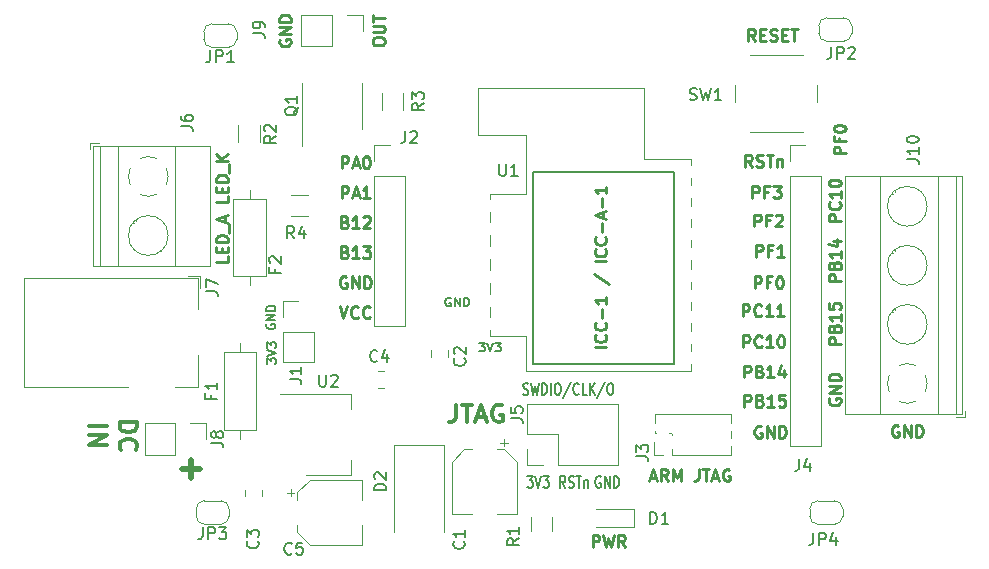
<source format=gto>
G04 #@! TF.GenerationSoftware,KiCad,Pcbnew,5.1.10-88a1d61d58~88~ubuntu20.10.1*
G04 #@! TF.CreationDate,2021-05-21T17:46:03+03:00*
G04 #@! TF.ProjectId,Devboard,44657662-6f61-4726-942e-6b696361645f,rev?*
G04 #@! TF.SameCoordinates,Original*
G04 #@! TF.FileFunction,Legend,Top*
G04 #@! TF.FilePolarity,Positive*
%FSLAX46Y46*%
G04 Gerber Fmt 4.6, Leading zero omitted, Abs format (unit mm)*
G04 Created by KiCad (PCBNEW 5.1.10-88a1d61d58~88~ubuntu20.10.1) date 2021-05-21 17:46:03*
%MOMM*%
%LPD*%
G01*
G04 APERTURE LIST*
%ADD10C,0.250000*%
%ADD11C,0.187500*%
%ADD12C,0.300000*%
%ADD13C,0.500000*%
%ADD14C,0.375000*%
%ADD15C,0.120000*%
%ADD16C,0.150000*%
%ADD17C,0.100000*%
%ADD18C,2.600000*%
%ADD19R,2.600000X2.600000*%
%ADD20O,1.700000X1.700000*%
%ADD21R,1.700000X1.700000*%
%ADD22O,1.600000X1.600000*%
%ADD23C,1.600000*%
%ADD24R,2.300000X3.500000*%
%ADD25R,3.500000X3.500000*%
%ADD26R,2.000000X1.500000*%
%ADD27R,2.000000X3.800000*%
%ADD28C,7.000000*%
%ADD29C,3.900000*%
%ADD30R,1.500000X1.300000*%
%ADD31R,1.300000X1.500000*%
%ADD32C,2.000000*%
%ADD33R,1.000000X1.000000*%
%ADD34O,1.000000X1.000000*%
%ADD35R,2.000000X1.000000*%
G04 APERTURE END LIST*
D10*
X188214095Y-124976000D02*
X188118857Y-124928380D01*
X187976000Y-124928380D01*
X187833142Y-124976000D01*
X187737904Y-125071238D01*
X187690285Y-125166476D01*
X187642666Y-125356952D01*
X187642666Y-125499809D01*
X187690285Y-125690285D01*
X187737904Y-125785523D01*
X187833142Y-125880761D01*
X187976000Y-125928380D01*
X188071238Y-125928380D01*
X188214095Y-125880761D01*
X188261714Y-125833142D01*
X188261714Y-125499809D01*
X188071238Y-125499809D01*
X188690285Y-125928380D02*
X188690285Y-124928380D01*
X189261714Y-125928380D01*
X189261714Y-124928380D01*
X189737904Y-125928380D02*
X189737904Y-124928380D01*
X189976000Y-124928380D01*
X190118857Y-124976000D01*
X190214095Y-125071238D01*
X190261714Y-125166476D01*
X190309333Y-125356952D01*
X190309333Y-125499809D01*
X190261714Y-125690285D01*
X190214095Y-125785523D01*
X190118857Y-125880761D01*
X189976000Y-125928380D01*
X189737904Y-125928380D01*
D11*
X150304571Y-114179000D02*
X150233142Y-114143285D01*
X150126000Y-114143285D01*
X150018857Y-114179000D01*
X149947428Y-114250428D01*
X149911714Y-114321857D01*
X149876000Y-114464714D01*
X149876000Y-114571857D01*
X149911714Y-114714714D01*
X149947428Y-114786142D01*
X150018857Y-114857571D01*
X150126000Y-114893285D01*
X150197428Y-114893285D01*
X150304571Y-114857571D01*
X150340285Y-114821857D01*
X150340285Y-114571857D01*
X150197428Y-114571857D01*
X150661714Y-114893285D02*
X150661714Y-114143285D01*
X151090285Y-114893285D01*
X151090285Y-114143285D01*
X151447428Y-114893285D02*
X151447428Y-114143285D01*
X151626000Y-114143285D01*
X151733142Y-114179000D01*
X151804571Y-114250428D01*
X151840285Y-114321857D01*
X151876000Y-114464714D01*
X151876000Y-114571857D01*
X151840285Y-114714714D01*
X151804571Y-114786142D01*
X151733142Y-114857571D01*
X151626000Y-114893285D01*
X151447428Y-114893285D01*
X152741428Y-117953285D02*
X153205714Y-117953285D01*
X152955714Y-118239000D01*
X153062857Y-118239000D01*
X153134285Y-118274714D01*
X153170000Y-118310428D01*
X153205714Y-118381857D01*
X153205714Y-118560428D01*
X153170000Y-118631857D01*
X153134285Y-118667571D01*
X153062857Y-118703285D01*
X152848571Y-118703285D01*
X152777142Y-118667571D01*
X152741428Y-118631857D01*
X153420000Y-117953285D02*
X153670000Y-118703285D01*
X153920000Y-117953285D01*
X154098571Y-117953285D02*
X154562857Y-117953285D01*
X154312857Y-118239000D01*
X154420000Y-118239000D01*
X154491428Y-118274714D01*
X154527142Y-118310428D01*
X154562857Y-118381857D01*
X154562857Y-118560428D01*
X154527142Y-118631857D01*
X154491428Y-118667571D01*
X154420000Y-118703285D01*
X154205714Y-118703285D01*
X154134285Y-118667571D01*
X154098571Y-118631857D01*
X134753000Y-116395428D02*
X134717285Y-116466857D01*
X134717285Y-116574000D01*
X134753000Y-116681142D01*
X134824428Y-116752571D01*
X134895857Y-116788285D01*
X135038714Y-116824000D01*
X135145857Y-116824000D01*
X135288714Y-116788285D01*
X135360142Y-116752571D01*
X135431571Y-116681142D01*
X135467285Y-116574000D01*
X135467285Y-116502571D01*
X135431571Y-116395428D01*
X135395857Y-116359714D01*
X135145857Y-116359714D01*
X135145857Y-116502571D01*
X135467285Y-116038285D02*
X134717285Y-116038285D01*
X135467285Y-115609714D01*
X134717285Y-115609714D01*
X135467285Y-115252571D02*
X134717285Y-115252571D01*
X134717285Y-115074000D01*
X134753000Y-114966857D01*
X134824428Y-114895428D01*
X134895857Y-114859714D01*
X135038714Y-114824000D01*
X135145857Y-114824000D01*
X135288714Y-114859714D01*
X135360142Y-114895428D01*
X135431571Y-114966857D01*
X135467285Y-115074000D01*
X135467285Y-115252571D01*
D10*
X183754020Y-101923386D02*
X182754020Y-101923386D01*
X182754020Y-101542434D01*
X182801640Y-101447196D01*
X182849259Y-101399577D01*
X182944497Y-101351958D01*
X183087354Y-101351958D01*
X183182592Y-101399577D01*
X183230211Y-101447196D01*
X183277830Y-101542434D01*
X183277830Y-101923386D01*
X183230211Y-100590053D02*
X183230211Y-100923386D01*
X183754020Y-100923386D02*
X182754020Y-100923386D01*
X182754020Y-100447196D01*
X182754020Y-99875767D02*
X182754020Y-99780529D01*
X182801640Y-99685291D01*
X182849259Y-99637672D01*
X182944497Y-99590053D01*
X183134973Y-99542434D01*
X183373068Y-99542434D01*
X183563544Y-99590053D01*
X183658782Y-99637672D01*
X183706401Y-99685291D01*
X183754020Y-99780529D01*
X183754020Y-99875767D01*
X183706401Y-99971005D01*
X183658782Y-100018624D01*
X183563544Y-100066243D01*
X183373068Y-100113862D01*
X183134973Y-100113862D01*
X182944497Y-100066243D01*
X182849259Y-100018624D01*
X182801640Y-99971005D01*
X182754020Y-99875767D01*
X183332380Y-107632285D02*
X182332380Y-107632285D01*
X182332380Y-107251333D01*
X182380000Y-107156095D01*
X182427619Y-107108476D01*
X182522857Y-107060857D01*
X182665714Y-107060857D01*
X182760952Y-107108476D01*
X182808571Y-107156095D01*
X182856190Y-107251333D01*
X182856190Y-107632285D01*
X183237142Y-106060857D02*
X183284761Y-106108476D01*
X183332380Y-106251333D01*
X183332380Y-106346571D01*
X183284761Y-106489428D01*
X183189523Y-106584666D01*
X183094285Y-106632285D01*
X182903809Y-106679904D01*
X182760952Y-106679904D01*
X182570476Y-106632285D01*
X182475238Y-106584666D01*
X182380000Y-106489428D01*
X182332380Y-106346571D01*
X182332380Y-106251333D01*
X182380000Y-106108476D01*
X182427619Y-106060857D01*
X183332380Y-105108476D02*
X183332380Y-105679904D01*
X183332380Y-105394190D02*
X182332380Y-105394190D01*
X182475238Y-105489428D01*
X182570476Y-105584666D01*
X182618095Y-105679904D01*
X182332380Y-104489428D02*
X182332380Y-104394190D01*
X182380000Y-104298952D01*
X182427619Y-104251333D01*
X182522857Y-104203714D01*
X182713333Y-104156095D01*
X182951428Y-104156095D01*
X183141904Y-104203714D01*
X183237142Y-104251333D01*
X183284761Y-104298952D01*
X183332380Y-104394190D01*
X183332380Y-104489428D01*
X183284761Y-104584666D01*
X183237142Y-104632285D01*
X183141904Y-104679904D01*
X182951428Y-104727523D01*
X182713333Y-104727523D01*
X182522857Y-104679904D01*
X182427619Y-104632285D01*
X182380000Y-104584666D01*
X182332380Y-104489428D01*
X183332380Y-112712285D02*
X182332380Y-112712285D01*
X182332380Y-112331333D01*
X182380000Y-112236095D01*
X182427619Y-112188476D01*
X182522857Y-112140857D01*
X182665714Y-112140857D01*
X182760952Y-112188476D01*
X182808571Y-112236095D01*
X182856190Y-112331333D01*
X182856190Y-112712285D01*
X182808571Y-111378952D02*
X182856190Y-111236095D01*
X182903809Y-111188476D01*
X182999047Y-111140857D01*
X183141904Y-111140857D01*
X183237142Y-111188476D01*
X183284761Y-111236095D01*
X183332380Y-111331333D01*
X183332380Y-111712285D01*
X182332380Y-111712285D01*
X182332380Y-111378952D01*
X182380000Y-111283714D01*
X182427619Y-111236095D01*
X182522857Y-111188476D01*
X182618095Y-111188476D01*
X182713333Y-111236095D01*
X182760952Y-111283714D01*
X182808571Y-111378952D01*
X182808571Y-111712285D01*
X183332380Y-110188476D02*
X183332380Y-110759904D01*
X183332380Y-110474190D02*
X182332380Y-110474190D01*
X182475238Y-110569428D01*
X182570476Y-110664666D01*
X182618095Y-110759904D01*
X182665714Y-109331333D02*
X183332380Y-109331333D01*
X182284761Y-109569428D02*
X182999047Y-109807523D01*
X182999047Y-109188476D01*
X183332380Y-118046285D02*
X182332380Y-118046285D01*
X182332380Y-117665333D01*
X182380000Y-117570095D01*
X182427619Y-117522476D01*
X182522857Y-117474857D01*
X182665714Y-117474857D01*
X182760952Y-117522476D01*
X182808571Y-117570095D01*
X182856190Y-117665333D01*
X182856190Y-118046285D01*
X182808571Y-116712952D02*
X182856190Y-116570095D01*
X182903809Y-116522476D01*
X182999047Y-116474857D01*
X183141904Y-116474857D01*
X183237142Y-116522476D01*
X183284761Y-116570095D01*
X183332380Y-116665333D01*
X183332380Y-117046285D01*
X182332380Y-117046285D01*
X182332380Y-116712952D01*
X182380000Y-116617714D01*
X182427619Y-116570095D01*
X182522857Y-116522476D01*
X182618095Y-116522476D01*
X182713333Y-116570095D01*
X182760952Y-116617714D01*
X182808571Y-116712952D01*
X182808571Y-117046285D01*
X183332380Y-115522476D02*
X183332380Y-116093904D01*
X183332380Y-115808190D02*
X182332380Y-115808190D01*
X182475238Y-115903428D01*
X182570476Y-115998666D01*
X182618095Y-116093904D01*
X182332380Y-114617714D02*
X182332380Y-115093904D01*
X182808571Y-115141523D01*
X182760952Y-115093904D01*
X182713333Y-114998666D01*
X182713333Y-114760571D01*
X182760952Y-114665333D01*
X182808571Y-114617714D01*
X182903809Y-114570095D01*
X183141904Y-114570095D01*
X183237142Y-114617714D01*
X183284761Y-114665333D01*
X183332380Y-114760571D01*
X183332380Y-114998666D01*
X183284761Y-115093904D01*
X183237142Y-115141523D01*
X182380000Y-122681904D02*
X182332380Y-122777142D01*
X182332380Y-122920000D01*
X182380000Y-123062857D01*
X182475238Y-123158095D01*
X182570476Y-123205714D01*
X182760952Y-123253333D01*
X182903809Y-123253333D01*
X183094285Y-123205714D01*
X183189523Y-123158095D01*
X183284761Y-123062857D01*
X183332380Y-122920000D01*
X183332380Y-122824761D01*
X183284761Y-122681904D01*
X183237142Y-122634285D01*
X182903809Y-122634285D01*
X182903809Y-122824761D01*
X183332380Y-122205714D02*
X182332380Y-122205714D01*
X183332380Y-121634285D01*
X182332380Y-121634285D01*
X183332380Y-121158095D02*
X182332380Y-121158095D01*
X182332380Y-120920000D01*
X182380000Y-120777142D01*
X182475238Y-120681904D01*
X182570476Y-120634285D01*
X182760952Y-120586666D01*
X182903809Y-120586666D01*
X183094285Y-120634285D01*
X183189523Y-120681904D01*
X183284761Y-120777142D01*
X183332380Y-120920000D01*
X183332380Y-121158095D01*
D12*
X122287828Y-124683662D02*
X123787828Y-124683662D01*
X123787828Y-125040805D01*
X123716400Y-125255091D01*
X123573542Y-125397948D01*
X123430685Y-125469377D01*
X123144971Y-125540805D01*
X122930685Y-125540805D01*
X122644971Y-125469377D01*
X122502114Y-125397948D01*
X122359257Y-125255091D01*
X122287828Y-125040805D01*
X122287828Y-124683662D01*
X122430685Y-127040805D02*
X122359257Y-126969377D01*
X122287828Y-126755091D01*
X122287828Y-126612234D01*
X122359257Y-126397948D01*
X122502114Y-126255091D01*
X122644971Y-126183662D01*
X122930685Y-126112234D01*
X123144971Y-126112234D01*
X123430685Y-126183662D01*
X123573542Y-126255091D01*
X123716400Y-126397948D01*
X123787828Y-126612234D01*
X123787828Y-126755091D01*
X123716400Y-126969377D01*
X123644971Y-127040805D01*
X119737828Y-125040805D02*
X121237828Y-125040805D01*
X119737828Y-125755091D02*
X121237828Y-125755091D01*
X119737828Y-126612234D01*
X121237828Y-126612234D01*
D10*
X163507680Y-118318704D02*
X162507680Y-118318704D01*
X163412442Y-117271085D02*
X163460061Y-117318704D01*
X163507680Y-117461561D01*
X163507680Y-117556800D01*
X163460061Y-117699657D01*
X163364823Y-117794895D01*
X163269585Y-117842514D01*
X163079109Y-117890133D01*
X162936252Y-117890133D01*
X162745776Y-117842514D01*
X162650538Y-117794895D01*
X162555300Y-117699657D01*
X162507680Y-117556800D01*
X162507680Y-117461561D01*
X162555300Y-117318704D01*
X162602919Y-117271085D01*
X163412442Y-116271085D02*
X163460061Y-116318704D01*
X163507680Y-116461561D01*
X163507680Y-116556800D01*
X163460061Y-116699657D01*
X163364823Y-116794895D01*
X163269585Y-116842514D01*
X163079109Y-116890133D01*
X162936252Y-116890133D01*
X162745776Y-116842514D01*
X162650538Y-116794895D01*
X162555300Y-116699657D01*
X162507680Y-116556800D01*
X162507680Y-116461561D01*
X162555300Y-116318704D01*
X162602919Y-116271085D01*
X163126728Y-115842514D02*
X163126728Y-115080609D01*
X163507680Y-114080609D02*
X163507680Y-114652038D01*
X163507680Y-114366323D02*
X162507680Y-114366323D01*
X162650538Y-114461561D01*
X162745776Y-114556800D01*
X162793395Y-114652038D01*
X162460061Y-112175847D02*
X163745776Y-113032990D01*
X163507680Y-111080609D02*
X162507680Y-111080609D01*
X163412442Y-110032990D02*
X163460061Y-110080609D01*
X163507680Y-110223466D01*
X163507680Y-110318704D01*
X163460061Y-110461561D01*
X163364823Y-110556800D01*
X163269585Y-110604419D01*
X163079109Y-110652038D01*
X162936252Y-110652038D01*
X162745776Y-110604419D01*
X162650538Y-110556800D01*
X162555300Y-110461561D01*
X162507680Y-110318704D01*
X162507680Y-110223466D01*
X162555300Y-110080609D01*
X162602919Y-110032990D01*
X163412442Y-109032990D02*
X163460061Y-109080609D01*
X163507680Y-109223466D01*
X163507680Y-109318704D01*
X163460061Y-109461561D01*
X163364823Y-109556800D01*
X163269585Y-109604419D01*
X163079109Y-109652038D01*
X162936252Y-109652038D01*
X162745776Y-109604419D01*
X162650538Y-109556800D01*
X162555300Y-109461561D01*
X162507680Y-109318704D01*
X162507680Y-109223466D01*
X162555300Y-109080609D01*
X162602919Y-109032990D01*
X163126728Y-108604419D02*
X163126728Y-107842514D01*
X163221966Y-107413942D02*
X163221966Y-106937752D01*
X163507680Y-107509180D02*
X162507680Y-107175847D01*
X163507680Y-106842514D01*
X163126728Y-106509180D02*
X163126728Y-105747276D01*
X163507680Y-104747276D02*
X163507680Y-105318704D01*
X163507680Y-105032990D02*
X162507680Y-105032990D01*
X162650538Y-105128228D01*
X162745776Y-105223466D01*
X162793395Y-105318704D01*
X143724380Y-92541600D02*
X143724380Y-92351123D01*
X143772000Y-92255885D01*
X143867238Y-92160647D01*
X144057714Y-92113028D01*
X144391047Y-92113028D01*
X144581523Y-92160647D01*
X144676761Y-92255885D01*
X144724380Y-92351123D01*
X144724380Y-92541600D01*
X144676761Y-92636838D01*
X144581523Y-92732076D01*
X144391047Y-92779695D01*
X144057714Y-92779695D01*
X143867238Y-92732076D01*
X143772000Y-92636838D01*
X143724380Y-92541600D01*
X143724380Y-91684457D02*
X144533904Y-91684457D01*
X144629142Y-91636838D01*
X144676761Y-91589219D01*
X144724380Y-91493980D01*
X144724380Y-91303504D01*
X144676761Y-91208266D01*
X144629142Y-91160647D01*
X144533904Y-91113028D01*
X143724380Y-91113028D01*
X143724380Y-90779695D02*
X143724380Y-90208266D01*
X144724380Y-90493980D02*
X143724380Y-90493980D01*
X135847200Y-92303504D02*
X135799580Y-92398742D01*
X135799580Y-92541600D01*
X135847200Y-92684457D01*
X135942438Y-92779695D01*
X136037676Y-92827314D01*
X136228152Y-92874933D01*
X136371009Y-92874933D01*
X136561485Y-92827314D01*
X136656723Y-92779695D01*
X136751961Y-92684457D01*
X136799580Y-92541600D01*
X136799580Y-92446361D01*
X136751961Y-92303504D01*
X136704342Y-92255885D01*
X136371009Y-92255885D01*
X136371009Y-92446361D01*
X136799580Y-91827314D02*
X135799580Y-91827314D01*
X136799580Y-91255885D01*
X135799580Y-91255885D01*
X136799580Y-90779695D02*
X135799580Y-90779695D01*
X135799580Y-90541600D01*
X135847200Y-90398742D01*
X135942438Y-90303504D01*
X136037676Y-90255885D01*
X136228152Y-90208266D01*
X136371009Y-90208266D01*
X136561485Y-90255885D01*
X136656723Y-90303504D01*
X136751961Y-90398742D01*
X136799580Y-90541600D01*
X136799580Y-90779695D01*
X131465580Y-110649828D02*
X131465580Y-111126019D01*
X130465580Y-111126019D01*
X130941771Y-110316495D02*
X130941771Y-109983161D01*
X131465580Y-109840304D02*
X131465580Y-110316495D01*
X130465580Y-110316495D01*
X130465580Y-109840304D01*
X131465580Y-109411733D02*
X130465580Y-109411733D01*
X130465580Y-109173638D01*
X130513200Y-109030780D01*
X130608438Y-108935542D01*
X130703676Y-108887923D01*
X130894152Y-108840304D01*
X131037009Y-108840304D01*
X131227485Y-108887923D01*
X131322723Y-108935542D01*
X131417961Y-109030780D01*
X131465580Y-109173638D01*
X131465580Y-109411733D01*
X131560819Y-108649828D02*
X131560819Y-107887923D01*
X131179866Y-107697447D02*
X131179866Y-107221257D01*
X131465580Y-107792685D02*
X130465580Y-107459352D01*
X131465580Y-107126019D01*
X131465580Y-105554590D02*
X131465580Y-106030780D01*
X130465580Y-106030780D01*
X130941771Y-105221257D02*
X130941771Y-104887923D01*
X131465580Y-104745066D02*
X131465580Y-105221257D01*
X130465580Y-105221257D01*
X130465580Y-104745066D01*
X131465580Y-104316495D02*
X130465580Y-104316495D01*
X130465580Y-104078400D01*
X130513200Y-103935542D01*
X130608438Y-103840304D01*
X130703676Y-103792685D01*
X130894152Y-103745066D01*
X131037009Y-103745066D01*
X131227485Y-103792685D01*
X131322723Y-103840304D01*
X131417961Y-103935542D01*
X131465580Y-104078400D01*
X131465580Y-104316495D01*
X131560819Y-103554590D02*
X131560819Y-102792685D01*
X131465580Y-102554590D02*
X130465580Y-102554590D01*
X131465580Y-101983161D02*
X130894152Y-102411733D01*
X130465580Y-101983161D02*
X131037009Y-102554590D01*
D13*
X127558895Y-128666857D02*
X129082704Y-128666857D01*
X128320800Y-129428761D02*
X128320800Y-127904952D01*
D11*
X134780785Y-119737071D02*
X134780785Y-119272785D01*
X135066500Y-119522785D01*
X135066500Y-119415642D01*
X135102214Y-119344214D01*
X135137928Y-119308500D01*
X135209357Y-119272785D01*
X135387928Y-119272785D01*
X135459357Y-119308500D01*
X135495071Y-119344214D01*
X135530785Y-119415642D01*
X135530785Y-119629928D01*
X135495071Y-119701357D01*
X135459357Y-119737071D01*
X134780785Y-119058500D02*
X135530785Y-118808500D01*
X134780785Y-118558500D01*
X134780785Y-118379928D02*
X134780785Y-117915642D01*
X135066500Y-118165642D01*
X135066500Y-118058500D01*
X135102214Y-117987071D01*
X135137928Y-117951357D01*
X135209357Y-117915642D01*
X135387928Y-117915642D01*
X135459357Y-117951357D01*
X135495071Y-117987071D01*
X135530785Y-118058500D01*
X135530785Y-118272785D01*
X135495071Y-118344214D01*
X135459357Y-118379928D01*
D10*
X162344266Y-135250180D02*
X162344266Y-134250180D01*
X162725219Y-134250180D01*
X162820457Y-134297800D01*
X162868076Y-134345419D01*
X162915695Y-134440657D01*
X162915695Y-134583514D01*
X162868076Y-134678752D01*
X162820457Y-134726371D01*
X162725219Y-134773990D01*
X162344266Y-134773990D01*
X163249028Y-134250180D02*
X163487123Y-135250180D01*
X163677600Y-134535895D01*
X163868076Y-135250180D01*
X164106171Y-134250180D01*
X165058552Y-135250180D02*
X164725219Y-134773990D01*
X164487123Y-135250180D02*
X164487123Y-134250180D01*
X164868076Y-134250180D01*
X164963314Y-134297800D01*
X165010933Y-134345419D01*
X165058552Y-134440657D01*
X165058552Y-134583514D01*
X165010933Y-134678752D01*
X164963314Y-134726371D01*
X164868076Y-134773990D01*
X164487123Y-134773990D01*
X176611375Y-125047120D02*
X176516137Y-124999500D01*
X176373280Y-124999500D01*
X176230422Y-125047120D01*
X176135184Y-125142358D01*
X176087565Y-125237596D01*
X176039946Y-125428072D01*
X176039946Y-125570929D01*
X176087565Y-125761405D01*
X176135184Y-125856643D01*
X176230422Y-125951881D01*
X176373280Y-125999500D01*
X176468518Y-125999500D01*
X176611375Y-125951881D01*
X176658994Y-125904262D01*
X176658994Y-125570929D01*
X176468518Y-125570929D01*
X177087565Y-125999500D02*
X177087565Y-124999500D01*
X177658994Y-125999500D01*
X177658994Y-124999500D01*
X178135184Y-125999500D02*
X178135184Y-124999500D01*
X178373280Y-124999500D01*
X178516137Y-125047120D01*
X178611375Y-125142358D01*
X178658994Y-125237596D01*
X178706613Y-125428072D01*
X178706613Y-125570929D01*
X178658994Y-125761405D01*
X178611375Y-125856643D01*
X178516137Y-125951881D01*
X178373280Y-125999500D01*
X178135184Y-125999500D01*
X175171314Y-123378220D02*
X175171314Y-122378220D01*
X175552266Y-122378220D01*
X175647504Y-122425840D01*
X175695123Y-122473459D01*
X175742742Y-122568697D01*
X175742742Y-122711554D01*
X175695123Y-122806792D01*
X175647504Y-122854411D01*
X175552266Y-122902030D01*
X175171314Y-122902030D01*
X176504647Y-122854411D02*
X176647504Y-122902030D01*
X176695123Y-122949649D01*
X176742742Y-123044887D01*
X176742742Y-123187744D01*
X176695123Y-123282982D01*
X176647504Y-123330601D01*
X176552266Y-123378220D01*
X176171314Y-123378220D01*
X176171314Y-122378220D01*
X176504647Y-122378220D01*
X176599885Y-122425840D01*
X176647504Y-122473459D01*
X176695123Y-122568697D01*
X176695123Y-122663935D01*
X176647504Y-122759173D01*
X176599885Y-122806792D01*
X176504647Y-122854411D01*
X176171314Y-122854411D01*
X177695123Y-123378220D02*
X177123695Y-123378220D01*
X177409409Y-123378220D02*
X177409409Y-122378220D01*
X177314171Y-122521078D01*
X177218933Y-122616316D01*
X177123695Y-122663935D01*
X178599885Y-122378220D02*
X178123695Y-122378220D01*
X178076076Y-122854411D01*
X178123695Y-122806792D01*
X178218933Y-122759173D01*
X178457028Y-122759173D01*
X178552266Y-122806792D01*
X178599885Y-122854411D01*
X178647504Y-122949649D01*
X178647504Y-123187744D01*
X178599885Y-123282982D01*
X178552266Y-123330601D01*
X178457028Y-123378220D01*
X178218933Y-123378220D01*
X178123695Y-123330601D01*
X178076076Y-123282982D01*
X175150994Y-120904260D02*
X175150994Y-119904260D01*
X175531946Y-119904260D01*
X175627184Y-119951880D01*
X175674803Y-119999499D01*
X175722422Y-120094737D01*
X175722422Y-120237594D01*
X175674803Y-120332832D01*
X175627184Y-120380451D01*
X175531946Y-120428070D01*
X175150994Y-120428070D01*
X176484327Y-120380451D02*
X176627184Y-120428070D01*
X176674803Y-120475689D01*
X176722422Y-120570927D01*
X176722422Y-120713784D01*
X176674803Y-120809022D01*
X176627184Y-120856641D01*
X176531946Y-120904260D01*
X176150994Y-120904260D01*
X176150994Y-119904260D01*
X176484327Y-119904260D01*
X176579565Y-119951880D01*
X176627184Y-119999499D01*
X176674803Y-120094737D01*
X176674803Y-120189975D01*
X176627184Y-120285213D01*
X176579565Y-120332832D01*
X176484327Y-120380451D01*
X176150994Y-120380451D01*
X177674803Y-120904260D02*
X177103375Y-120904260D01*
X177389089Y-120904260D02*
X177389089Y-119904260D01*
X177293851Y-120047118D01*
X177198613Y-120142356D01*
X177103375Y-120189975D01*
X178531946Y-120237594D02*
X178531946Y-120904260D01*
X178293851Y-119856641D02*
X178055756Y-120570927D01*
X178674803Y-120570927D01*
X175079874Y-118343940D02*
X175079874Y-117343940D01*
X175460826Y-117343940D01*
X175556064Y-117391560D01*
X175603683Y-117439179D01*
X175651302Y-117534417D01*
X175651302Y-117677274D01*
X175603683Y-117772512D01*
X175556064Y-117820131D01*
X175460826Y-117867750D01*
X175079874Y-117867750D01*
X176651302Y-118248702D02*
X176603683Y-118296321D01*
X176460826Y-118343940D01*
X176365588Y-118343940D01*
X176222731Y-118296321D01*
X176127493Y-118201083D01*
X176079874Y-118105845D01*
X176032255Y-117915369D01*
X176032255Y-117772512D01*
X176079874Y-117582036D01*
X176127493Y-117486798D01*
X176222731Y-117391560D01*
X176365588Y-117343940D01*
X176460826Y-117343940D01*
X176603683Y-117391560D01*
X176651302Y-117439179D01*
X177603683Y-118343940D02*
X177032255Y-118343940D01*
X177317969Y-118343940D02*
X177317969Y-117343940D01*
X177222731Y-117486798D01*
X177127493Y-117582036D01*
X177032255Y-117629655D01*
X178222731Y-117343940D02*
X178317969Y-117343940D01*
X178413207Y-117391560D01*
X178460826Y-117439179D01*
X178508445Y-117534417D01*
X178556064Y-117724893D01*
X178556064Y-117962988D01*
X178508445Y-118153464D01*
X178460826Y-118248702D01*
X178413207Y-118296321D01*
X178317969Y-118343940D01*
X178222731Y-118343940D01*
X178127493Y-118296321D01*
X178079874Y-118248702D01*
X178032255Y-118153464D01*
X177984636Y-117962988D01*
X177984636Y-117724893D01*
X178032255Y-117534417D01*
X178079874Y-117439179D01*
X178127493Y-117391560D01*
X178222731Y-117343940D01*
X175044314Y-115717580D02*
X175044314Y-114717580D01*
X175425266Y-114717580D01*
X175520504Y-114765200D01*
X175568123Y-114812819D01*
X175615742Y-114908057D01*
X175615742Y-115050914D01*
X175568123Y-115146152D01*
X175520504Y-115193771D01*
X175425266Y-115241390D01*
X175044314Y-115241390D01*
X176615742Y-115622342D02*
X176568123Y-115669961D01*
X176425266Y-115717580D01*
X176330028Y-115717580D01*
X176187171Y-115669961D01*
X176091933Y-115574723D01*
X176044314Y-115479485D01*
X175996695Y-115289009D01*
X175996695Y-115146152D01*
X176044314Y-114955676D01*
X176091933Y-114860438D01*
X176187171Y-114765200D01*
X176330028Y-114717580D01*
X176425266Y-114717580D01*
X176568123Y-114765200D01*
X176615742Y-114812819D01*
X177568123Y-115717580D02*
X176996695Y-115717580D01*
X177282409Y-115717580D02*
X177282409Y-114717580D01*
X177187171Y-114860438D01*
X177091933Y-114955676D01*
X176996695Y-115003295D01*
X178520504Y-115717580D02*
X177949076Y-115717580D01*
X178234790Y-115717580D02*
X178234790Y-114717580D01*
X178139552Y-114860438D01*
X178044314Y-114955676D01*
X177949076Y-115003295D01*
X176059293Y-113350300D02*
X176059293Y-112350300D01*
X176440245Y-112350300D01*
X176535483Y-112397920D01*
X176583102Y-112445539D01*
X176630721Y-112540777D01*
X176630721Y-112683634D01*
X176583102Y-112778872D01*
X176535483Y-112826491D01*
X176440245Y-112874110D01*
X176059293Y-112874110D01*
X177392626Y-112826491D02*
X177059293Y-112826491D01*
X177059293Y-113350300D02*
X177059293Y-112350300D01*
X177535483Y-112350300D01*
X178106912Y-112350300D02*
X178202150Y-112350300D01*
X178297388Y-112397920D01*
X178345007Y-112445539D01*
X178392626Y-112540777D01*
X178440245Y-112731253D01*
X178440245Y-112969348D01*
X178392626Y-113159824D01*
X178345007Y-113255062D01*
X178297388Y-113302681D01*
X178202150Y-113350300D01*
X178106912Y-113350300D01*
X178011674Y-113302681D01*
X177964055Y-113255062D01*
X177916436Y-113159824D01*
X177868817Y-112969348D01*
X177868817Y-112731253D01*
X177916436Y-112540777D01*
X177964055Y-112445539D01*
X178011674Y-112397920D01*
X178106912Y-112350300D01*
X176150733Y-110662980D02*
X176150733Y-109662980D01*
X176531685Y-109662980D01*
X176626923Y-109710600D01*
X176674542Y-109758219D01*
X176722161Y-109853457D01*
X176722161Y-109996314D01*
X176674542Y-110091552D01*
X176626923Y-110139171D01*
X176531685Y-110186790D01*
X176150733Y-110186790D01*
X177484066Y-110139171D02*
X177150733Y-110139171D01*
X177150733Y-110662980D02*
X177150733Y-109662980D01*
X177626923Y-109662980D01*
X178531685Y-110662980D02*
X177960257Y-110662980D01*
X178245971Y-110662980D02*
X178245971Y-109662980D01*
X178150733Y-109805838D01*
X178055495Y-109901076D01*
X177960257Y-109948695D01*
X176028813Y-108117900D02*
X176028813Y-107117900D01*
X176409765Y-107117900D01*
X176505003Y-107165520D01*
X176552622Y-107213139D01*
X176600241Y-107308377D01*
X176600241Y-107451234D01*
X176552622Y-107546472D01*
X176505003Y-107594091D01*
X176409765Y-107641710D01*
X176028813Y-107641710D01*
X177362146Y-107594091D02*
X177028813Y-107594091D01*
X177028813Y-108117900D02*
X177028813Y-107117900D01*
X177505003Y-107117900D01*
X177838337Y-107213139D02*
X177885956Y-107165520D01*
X177981194Y-107117900D01*
X178219289Y-107117900D01*
X178314527Y-107165520D01*
X178362146Y-107213139D01*
X178409765Y-107308377D01*
X178409765Y-107403615D01*
X178362146Y-107546472D01*
X177790718Y-108117900D01*
X178409765Y-108117900D01*
X175866253Y-105699820D02*
X175866253Y-104699820D01*
X176247205Y-104699820D01*
X176342443Y-104747440D01*
X176390062Y-104795059D01*
X176437681Y-104890297D01*
X176437681Y-105033154D01*
X176390062Y-105128392D01*
X176342443Y-105176011D01*
X176247205Y-105223630D01*
X175866253Y-105223630D01*
X177199586Y-105176011D02*
X176866253Y-105176011D01*
X176866253Y-105699820D02*
X176866253Y-104699820D01*
X177342443Y-104699820D01*
X177628158Y-104699820D02*
X178247205Y-104699820D01*
X177913872Y-105080773D01*
X178056729Y-105080773D01*
X178151967Y-105128392D01*
X178199586Y-105176011D01*
X178247205Y-105271249D01*
X178247205Y-105509344D01*
X178199586Y-105604582D01*
X178151967Y-105652201D01*
X178056729Y-105699820D01*
X177771015Y-105699820D01*
X177675777Y-105652201D01*
X177628158Y-105604582D01*
X175824640Y-103063300D02*
X175491306Y-102587110D01*
X175253211Y-103063300D02*
X175253211Y-102063300D01*
X175634163Y-102063300D01*
X175729401Y-102110920D01*
X175777020Y-102158539D01*
X175824640Y-102253777D01*
X175824640Y-102396634D01*
X175777020Y-102491872D01*
X175729401Y-102539491D01*
X175634163Y-102587110D01*
X175253211Y-102587110D01*
X176205592Y-103015681D02*
X176348449Y-103063300D01*
X176586544Y-103063300D01*
X176681782Y-103015681D01*
X176729401Y-102968062D01*
X176777020Y-102872824D01*
X176777020Y-102777586D01*
X176729401Y-102682348D01*
X176681782Y-102634729D01*
X176586544Y-102587110D01*
X176396068Y-102539491D01*
X176300830Y-102491872D01*
X176253211Y-102444253D01*
X176205592Y-102349015D01*
X176205592Y-102253777D01*
X176253211Y-102158539D01*
X176300830Y-102110920D01*
X176396068Y-102063300D01*
X176634163Y-102063300D01*
X176777020Y-102110920D01*
X177062735Y-102063300D02*
X177634163Y-102063300D01*
X177348449Y-103063300D02*
X177348449Y-102063300D01*
X177967497Y-102396634D02*
X177967497Y-103063300D01*
X177967497Y-102491872D02*
X178015116Y-102444253D01*
X178110354Y-102396634D01*
X178253211Y-102396634D01*
X178348449Y-102444253D01*
X178396068Y-102539491D01*
X178396068Y-103063300D01*
X141075873Y-103182680D02*
X141075873Y-102182680D01*
X141456825Y-102182680D01*
X141552063Y-102230300D01*
X141599682Y-102277919D01*
X141647301Y-102373157D01*
X141647301Y-102516014D01*
X141599682Y-102611252D01*
X141552063Y-102658871D01*
X141456825Y-102706490D01*
X141075873Y-102706490D01*
X142028254Y-102896966D02*
X142504444Y-102896966D01*
X141933016Y-103182680D02*
X142266349Y-102182680D01*
X142599682Y-103182680D01*
X143123492Y-102182680D02*
X143218730Y-102182680D01*
X143313968Y-102230300D01*
X143361587Y-102277919D01*
X143409206Y-102373157D01*
X143456825Y-102563633D01*
X143456825Y-102801728D01*
X143409206Y-102992204D01*
X143361587Y-103087442D01*
X143313968Y-103135061D01*
X143218730Y-103182680D01*
X143123492Y-103182680D01*
X143028254Y-103135061D01*
X142980635Y-103087442D01*
X142933016Y-102992204D01*
X142885397Y-102801728D01*
X142885397Y-102563633D01*
X142933016Y-102373157D01*
X142980635Y-102277919D01*
X143028254Y-102230300D01*
X143123492Y-102182680D01*
X141075873Y-105722680D02*
X141075873Y-104722680D01*
X141456825Y-104722680D01*
X141552063Y-104770300D01*
X141599682Y-104817919D01*
X141647301Y-104913157D01*
X141647301Y-105056014D01*
X141599682Y-105151252D01*
X141552063Y-105198871D01*
X141456825Y-105246490D01*
X141075873Y-105246490D01*
X142028254Y-105436966D02*
X142504444Y-105436966D01*
X141933016Y-105722680D02*
X142266349Y-104722680D01*
X142599682Y-105722680D01*
X143456825Y-105722680D02*
X142885397Y-105722680D01*
X143171111Y-105722680D02*
X143171111Y-104722680D01*
X143075873Y-104865538D01*
X142980635Y-104960776D01*
X142885397Y-105008395D01*
X141361587Y-107738871D02*
X141504444Y-107786490D01*
X141552063Y-107834109D01*
X141599682Y-107929347D01*
X141599682Y-108072204D01*
X141552063Y-108167442D01*
X141504444Y-108215061D01*
X141409206Y-108262680D01*
X141028254Y-108262680D01*
X141028254Y-107262680D01*
X141361587Y-107262680D01*
X141456825Y-107310300D01*
X141504444Y-107357919D01*
X141552063Y-107453157D01*
X141552063Y-107548395D01*
X141504444Y-107643633D01*
X141456825Y-107691252D01*
X141361587Y-107738871D01*
X141028254Y-107738871D01*
X142552063Y-108262680D02*
X141980635Y-108262680D01*
X142266349Y-108262680D02*
X142266349Y-107262680D01*
X142171111Y-107405538D01*
X142075873Y-107500776D01*
X141980635Y-107548395D01*
X142933016Y-107357919D02*
X142980635Y-107310300D01*
X143075873Y-107262680D01*
X143313968Y-107262680D01*
X143409206Y-107310300D01*
X143456825Y-107357919D01*
X143504444Y-107453157D01*
X143504444Y-107548395D01*
X143456825Y-107691252D01*
X142885397Y-108262680D01*
X143504444Y-108262680D01*
X141361587Y-110278871D02*
X141504444Y-110326490D01*
X141552063Y-110374109D01*
X141599682Y-110469347D01*
X141599682Y-110612204D01*
X141552063Y-110707442D01*
X141504444Y-110755061D01*
X141409206Y-110802680D01*
X141028254Y-110802680D01*
X141028254Y-109802680D01*
X141361587Y-109802680D01*
X141456825Y-109850300D01*
X141504444Y-109897919D01*
X141552063Y-109993157D01*
X141552063Y-110088395D01*
X141504444Y-110183633D01*
X141456825Y-110231252D01*
X141361587Y-110278871D01*
X141028254Y-110278871D01*
X142552063Y-110802680D02*
X141980635Y-110802680D01*
X142266349Y-110802680D02*
X142266349Y-109802680D01*
X142171111Y-109945538D01*
X142075873Y-110040776D01*
X141980635Y-110088395D01*
X142885397Y-109802680D02*
X143504444Y-109802680D01*
X143171111Y-110183633D01*
X143313968Y-110183633D01*
X143409206Y-110231252D01*
X143456825Y-110278871D01*
X143504444Y-110374109D01*
X143504444Y-110612204D01*
X143456825Y-110707442D01*
X143409206Y-110755061D01*
X143313968Y-110802680D01*
X143028254Y-110802680D01*
X142933016Y-110755061D01*
X142885397Y-110707442D01*
X141480635Y-112390300D02*
X141385397Y-112342680D01*
X141242540Y-112342680D01*
X141099682Y-112390300D01*
X141004444Y-112485538D01*
X140956825Y-112580776D01*
X140909206Y-112771252D01*
X140909206Y-112914109D01*
X140956825Y-113104585D01*
X141004444Y-113199823D01*
X141099682Y-113295061D01*
X141242540Y-113342680D01*
X141337778Y-113342680D01*
X141480635Y-113295061D01*
X141528254Y-113247442D01*
X141528254Y-112914109D01*
X141337778Y-112914109D01*
X141956825Y-113342680D02*
X141956825Y-112342680D01*
X142528254Y-113342680D01*
X142528254Y-112342680D01*
X143004444Y-113342680D02*
X143004444Y-112342680D01*
X143242540Y-112342680D01*
X143385397Y-112390300D01*
X143480635Y-112485538D01*
X143528254Y-112580776D01*
X143575873Y-112771252D01*
X143575873Y-112914109D01*
X143528254Y-113104585D01*
X143480635Y-113199823D01*
X143385397Y-113295061D01*
X143242540Y-113342680D01*
X143004444Y-113342680D01*
X140909206Y-114882680D02*
X141242540Y-115882680D01*
X141575873Y-114882680D01*
X142480635Y-115787442D02*
X142433016Y-115835061D01*
X142290159Y-115882680D01*
X142194920Y-115882680D01*
X142052063Y-115835061D01*
X141956825Y-115739823D01*
X141909206Y-115644585D01*
X141861587Y-115454109D01*
X141861587Y-115311252D01*
X141909206Y-115120776D01*
X141956825Y-115025538D01*
X142052063Y-114930300D01*
X142194920Y-114882680D01*
X142290159Y-114882680D01*
X142433016Y-114930300D01*
X142480635Y-114977919D01*
X143480635Y-115787442D02*
X143433016Y-115835061D01*
X143290159Y-115882680D01*
X143194920Y-115882680D01*
X143052063Y-115835061D01*
X142956825Y-115739823D01*
X142909206Y-115644585D01*
X142861587Y-115454109D01*
X142861587Y-115311252D01*
X142909206Y-115120776D01*
X142956825Y-115025538D01*
X143052063Y-114930300D01*
X143194920Y-114882680D01*
X143290159Y-114882680D01*
X143433016Y-114930300D01*
X143480635Y-114977919D01*
X176093619Y-92400380D02*
X175760285Y-91924190D01*
X175522190Y-92400380D02*
X175522190Y-91400380D01*
X175903142Y-91400380D01*
X175998380Y-91448000D01*
X176046000Y-91495619D01*
X176093619Y-91590857D01*
X176093619Y-91733714D01*
X176046000Y-91828952D01*
X175998380Y-91876571D01*
X175903142Y-91924190D01*
X175522190Y-91924190D01*
X176522190Y-91876571D02*
X176855523Y-91876571D01*
X176998380Y-92400380D02*
X176522190Y-92400380D01*
X176522190Y-91400380D01*
X176998380Y-91400380D01*
X177379333Y-92352761D02*
X177522190Y-92400380D01*
X177760285Y-92400380D01*
X177855523Y-92352761D01*
X177903142Y-92305142D01*
X177950761Y-92209904D01*
X177950761Y-92114666D01*
X177903142Y-92019428D01*
X177855523Y-91971809D01*
X177760285Y-91924190D01*
X177569809Y-91876571D01*
X177474571Y-91828952D01*
X177426952Y-91781333D01*
X177379333Y-91686095D01*
X177379333Y-91590857D01*
X177426952Y-91495619D01*
X177474571Y-91448000D01*
X177569809Y-91400380D01*
X177807904Y-91400380D01*
X177950761Y-91448000D01*
X178379333Y-91876571D02*
X178712666Y-91876571D01*
X178855523Y-92400380D02*
X178379333Y-92400380D01*
X178379333Y-91400380D01*
X178855523Y-91400380D01*
X179141238Y-91400380D02*
X179712666Y-91400380D01*
X179426952Y-92400380D02*
X179426952Y-91400380D01*
D11*
X163004571Y-129294000D02*
X162933142Y-129246380D01*
X162826000Y-129246380D01*
X162718857Y-129294000D01*
X162647428Y-129389238D01*
X162611714Y-129484476D01*
X162576000Y-129674952D01*
X162576000Y-129817809D01*
X162611714Y-130008285D01*
X162647428Y-130103523D01*
X162718857Y-130198761D01*
X162826000Y-130246380D01*
X162897428Y-130246380D01*
X163004571Y-130198761D01*
X163040285Y-130151142D01*
X163040285Y-129817809D01*
X162897428Y-129817809D01*
X163361714Y-130246380D02*
X163361714Y-129246380D01*
X163790285Y-130246380D01*
X163790285Y-129246380D01*
X164147428Y-130246380D02*
X164147428Y-129246380D01*
X164326000Y-129246380D01*
X164433142Y-129294000D01*
X164504571Y-129389238D01*
X164540285Y-129484476D01*
X164576000Y-129674952D01*
X164576000Y-129817809D01*
X164540285Y-130008285D01*
X164504571Y-130103523D01*
X164433142Y-130198761D01*
X164326000Y-130246380D01*
X164147428Y-130246380D01*
X160032000Y-130246380D02*
X159782000Y-129770190D01*
X159603428Y-130246380D02*
X159603428Y-129246380D01*
X159889142Y-129246380D01*
X159960571Y-129294000D01*
X159996285Y-129341619D01*
X160032000Y-129436857D01*
X160032000Y-129579714D01*
X159996285Y-129674952D01*
X159960571Y-129722571D01*
X159889142Y-129770190D01*
X159603428Y-129770190D01*
X160317714Y-130198761D02*
X160424857Y-130246380D01*
X160603428Y-130246380D01*
X160674857Y-130198761D01*
X160710571Y-130151142D01*
X160746285Y-130055904D01*
X160746285Y-129960666D01*
X160710571Y-129865428D01*
X160674857Y-129817809D01*
X160603428Y-129770190D01*
X160460571Y-129722571D01*
X160389142Y-129674952D01*
X160353428Y-129627333D01*
X160317714Y-129532095D01*
X160317714Y-129436857D01*
X160353428Y-129341619D01*
X160389142Y-129294000D01*
X160460571Y-129246380D01*
X160639142Y-129246380D01*
X160746285Y-129294000D01*
X160960571Y-129246380D02*
X161389142Y-129246380D01*
X161174857Y-130246380D02*
X161174857Y-129246380D01*
X161639142Y-129579714D02*
X161639142Y-130246380D01*
X161639142Y-129674952D02*
X161674857Y-129627333D01*
X161746285Y-129579714D01*
X161853428Y-129579714D01*
X161924857Y-129627333D01*
X161960571Y-129722571D01*
X161960571Y-130246380D01*
X156805428Y-129246380D02*
X157269714Y-129246380D01*
X157019714Y-129627333D01*
X157126857Y-129627333D01*
X157198285Y-129674952D01*
X157234000Y-129722571D01*
X157269714Y-129817809D01*
X157269714Y-130055904D01*
X157234000Y-130151142D01*
X157198285Y-130198761D01*
X157126857Y-130246380D01*
X156912571Y-130246380D01*
X156841142Y-130198761D01*
X156805428Y-130151142D01*
X157484000Y-129246380D02*
X157734000Y-130246380D01*
X157984000Y-129246380D01*
X158162571Y-129246380D02*
X158626857Y-129246380D01*
X158376857Y-129627333D01*
X158484000Y-129627333D01*
X158555428Y-129674952D01*
X158591142Y-129722571D01*
X158626857Y-129817809D01*
X158626857Y-130055904D01*
X158591142Y-130151142D01*
X158555428Y-130198761D01*
X158484000Y-130246380D01*
X158269714Y-130246380D01*
X158198285Y-130198761D01*
X158162571Y-130151142D01*
X156452571Y-122324761D02*
X156559714Y-122372380D01*
X156738285Y-122372380D01*
X156809714Y-122324761D01*
X156845428Y-122277142D01*
X156881142Y-122181904D01*
X156881142Y-122086666D01*
X156845428Y-121991428D01*
X156809714Y-121943809D01*
X156738285Y-121896190D01*
X156595428Y-121848571D01*
X156524000Y-121800952D01*
X156488285Y-121753333D01*
X156452571Y-121658095D01*
X156452571Y-121562857D01*
X156488285Y-121467619D01*
X156524000Y-121420000D01*
X156595428Y-121372380D01*
X156774000Y-121372380D01*
X156881142Y-121420000D01*
X157131142Y-121372380D02*
X157309714Y-122372380D01*
X157452571Y-121658095D01*
X157595428Y-122372380D01*
X157774000Y-121372380D01*
X158059714Y-122372380D02*
X158059714Y-121372380D01*
X158238285Y-121372380D01*
X158345428Y-121420000D01*
X158416857Y-121515238D01*
X158452571Y-121610476D01*
X158488285Y-121800952D01*
X158488285Y-121943809D01*
X158452571Y-122134285D01*
X158416857Y-122229523D01*
X158345428Y-122324761D01*
X158238285Y-122372380D01*
X158059714Y-122372380D01*
X158809714Y-122372380D02*
X158809714Y-121372380D01*
X159309714Y-121372380D02*
X159452571Y-121372380D01*
X159524000Y-121420000D01*
X159595428Y-121515238D01*
X159631142Y-121705714D01*
X159631142Y-122039047D01*
X159595428Y-122229523D01*
X159524000Y-122324761D01*
X159452571Y-122372380D01*
X159309714Y-122372380D01*
X159238285Y-122324761D01*
X159166857Y-122229523D01*
X159131142Y-122039047D01*
X159131142Y-121705714D01*
X159166857Y-121515238D01*
X159238285Y-121420000D01*
X159309714Y-121372380D01*
X160488285Y-121324761D02*
X159845428Y-122610476D01*
X161166857Y-122277142D02*
X161131142Y-122324761D01*
X161024000Y-122372380D01*
X160952571Y-122372380D01*
X160845428Y-122324761D01*
X160774000Y-122229523D01*
X160738285Y-122134285D01*
X160702571Y-121943809D01*
X160702571Y-121800952D01*
X160738285Y-121610476D01*
X160774000Y-121515238D01*
X160845428Y-121420000D01*
X160952571Y-121372380D01*
X161024000Y-121372380D01*
X161131142Y-121420000D01*
X161166857Y-121467619D01*
X161845428Y-122372380D02*
X161488285Y-122372380D01*
X161488285Y-121372380D01*
X162095428Y-122372380D02*
X162095428Y-121372380D01*
X162524000Y-122372380D02*
X162202571Y-121800952D01*
X162524000Y-121372380D02*
X162095428Y-121943809D01*
X163381142Y-121324761D02*
X162738285Y-122610476D01*
X163774000Y-121372380D02*
X163916857Y-121372380D01*
X163988285Y-121420000D01*
X164059714Y-121515238D01*
X164095428Y-121705714D01*
X164095428Y-122039047D01*
X164059714Y-122229523D01*
X163988285Y-122324761D01*
X163916857Y-122372380D01*
X163774000Y-122372380D01*
X163702571Y-122324761D01*
X163631142Y-122229523D01*
X163595428Y-122039047D01*
X163595428Y-121705714D01*
X163631142Y-121515238D01*
X163702571Y-121420000D01*
X163774000Y-121372380D01*
D14*
X150777000Y-123194071D02*
X150777000Y-124265500D01*
X150705571Y-124479785D01*
X150562714Y-124622642D01*
X150348428Y-124694071D01*
X150205571Y-124694071D01*
X151277000Y-123194071D02*
X152134142Y-123194071D01*
X151705571Y-124694071D02*
X151705571Y-123194071D01*
X152562714Y-124265500D02*
X153277000Y-124265500D01*
X152419857Y-124694071D02*
X152919857Y-123194071D01*
X153419857Y-124694071D01*
X154705571Y-123265500D02*
X154562714Y-123194071D01*
X154348428Y-123194071D01*
X154134142Y-123265500D01*
X153991285Y-123408357D01*
X153919857Y-123551214D01*
X153848428Y-123836928D01*
X153848428Y-124051214D01*
X153919857Y-124336928D01*
X153991285Y-124479785D01*
X154134142Y-124622642D01*
X154348428Y-124694071D01*
X154491285Y-124694071D01*
X154705571Y-124622642D01*
X154777000Y-124551214D01*
X154777000Y-124051214D01*
X154491285Y-124051214D01*
D10*
X167205447Y-129376466D02*
X167681638Y-129376466D01*
X167110209Y-129662180D02*
X167443542Y-128662180D01*
X167776876Y-129662180D01*
X168681638Y-129662180D02*
X168348304Y-129185990D01*
X168110209Y-129662180D02*
X168110209Y-128662180D01*
X168491161Y-128662180D01*
X168586400Y-128709800D01*
X168634019Y-128757419D01*
X168681638Y-128852657D01*
X168681638Y-128995514D01*
X168634019Y-129090752D01*
X168586400Y-129138371D01*
X168491161Y-129185990D01*
X168110209Y-129185990D01*
X169110209Y-129662180D02*
X169110209Y-128662180D01*
X169443542Y-129376466D01*
X169776876Y-128662180D01*
X169776876Y-129662180D01*
X171300685Y-128662180D02*
X171300685Y-129376466D01*
X171253066Y-129519323D01*
X171157828Y-129614561D01*
X171014971Y-129662180D01*
X170919733Y-129662180D01*
X171634019Y-128662180D02*
X172205447Y-128662180D01*
X171919733Y-129662180D02*
X171919733Y-128662180D01*
X172491161Y-129376466D02*
X172967352Y-129376466D01*
X172395923Y-129662180D02*
X172729257Y-128662180D01*
X173062590Y-129662180D01*
X173919733Y-128709800D02*
X173824495Y-128662180D01*
X173681638Y-128662180D01*
X173538780Y-128709800D01*
X173443542Y-128805038D01*
X173395923Y-128900276D01*
X173348304Y-129090752D01*
X173348304Y-129233609D01*
X173395923Y-129424085D01*
X173443542Y-129519323D01*
X173538780Y-129614561D01*
X173681638Y-129662180D01*
X173776876Y-129662180D01*
X173919733Y-129614561D01*
X173967352Y-129566942D01*
X173967352Y-129233609D01*
X173776876Y-129233609D01*
D15*
X190656253Y-121383195D02*
G75*
G02*
X190511000Y-122096000I-1680253J-28805D01*
G01*
X189659042Y-122947426D02*
G75*
G02*
X188292000Y-122947000I-683042J1535426D01*
G01*
X187440574Y-122095042D02*
G75*
G02*
X187441000Y-120728000I1535426J683042D01*
G01*
X188292958Y-119876574D02*
G75*
G02*
X189660000Y-119877000I683042J-1535426D01*
G01*
X190510756Y-120728682D02*
G75*
G02*
X190656000Y-121412000I-1534756J-683318D01*
G01*
X190656000Y-116412000D02*
G75*
G03*
X190656000Y-116412000I-1680000J0D01*
G01*
X190656000Y-111412000D02*
G75*
G03*
X190656000Y-111412000I-1680000J0D01*
G01*
X190656000Y-106412000D02*
G75*
G03*
X190656000Y-106412000I-1680000J0D01*
G01*
X193076000Y-123972000D02*
X193076000Y-103851000D01*
X191576000Y-123972000D02*
X191576000Y-103851000D01*
X186675000Y-123972000D02*
X186675000Y-103851000D01*
X183715000Y-123972000D02*
X183715000Y-103851000D01*
X193636000Y-123972000D02*
X193636000Y-103851000D01*
X183715000Y-123972000D02*
X193636000Y-123972000D01*
X183715000Y-103851000D02*
X193636000Y-103851000D01*
X187907000Y-115137000D02*
X187953000Y-115184000D01*
X190215000Y-117446000D02*
X190250000Y-117481000D01*
X187701000Y-115342000D02*
X187737000Y-115377000D01*
X189999000Y-117639000D02*
X190045000Y-117686000D01*
X187907000Y-110137000D02*
X187953000Y-110184000D01*
X190215000Y-112446000D02*
X190250000Y-112481000D01*
X187701000Y-110342000D02*
X187737000Y-110377000D01*
X189999000Y-112639000D02*
X190045000Y-112686000D01*
X187907000Y-105137000D02*
X187953000Y-105184000D01*
X190215000Y-107446000D02*
X190250000Y-107481000D01*
X187701000Y-105342000D02*
X187737000Y-105377000D01*
X189999000Y-107639000D02*
X190045000Y-107686000D01*
X193136000Y-124212000D02*
X193876000Y-124212000D01*
X193876000Y-124212000D02*
X193876000Y-123712000D01*
X180718000Y-132034000D02*
G75*
G02*
X181418000Y-131334000I700000J0D01*
G01*
X181418000Y-133334000D02*
G75*
G02*
X180718000Y-132634000I0J700000D01*
G01*
X183518000Y-132634000D02*
G75*
G02*
X182818000Y-133334000I-700000J0D01*
G01*
X182818000Y-131334000D02*
G75*
G02*
X183518000Y-132034000I0J-700000D01*
G01*
X180718000Y-132634000D02*
X180718000Y-132034000D01*
X182818000Y-133334000D02*
X181418000Y-133334000D01*
X183518000Y-132034000D02*
X183518000Y-132634000D01*
X181418000Y-131334000D02*
X182818000Y-131334000D01*
X131560000Y-132634000D02*
G75*
G02*
X130860000Y-133334000I-700000J0D01*
G01*
X130860000Y-131334000D02*
G75*
G02*
X131560000Y-132034000I0J-700000D01*
G01*
X128760000Y-132034000D02*
G75*
G02*
X129460000Y-131334000I700000J0D01*
G01*
X129460000Y-133334000D02*
G75*
G02*
X128760000Y-132634000I0J700000D01*
G01*
X131560000Y-132034000D02*
X131560000Y-132634000D01*
X129460000Y-131334000D02*
X130860000Y-131334000D01*
X128760000Y-132634000D02*
X128760000Y-132034000D01*
X130860000Y-133334000D02*
X129460000Y-133334000D01*
X181480000Y-91140000D02*
G75*
G02*
X182180000Y-90440000I700000J0D01*
G01*
X182180000Y-92440000D02*
G75*
G02*
X181480000Y-91740000I0J700000D01*
G01*
X184280000Y-91740000D02*
G75*
G02*
X183580000Y-92440000I-700000J0D01*
G01*
X183580000Y-90440000D02*
G75*
G02*
X184280000Y-91140000I0J-700000D01*
G01*
X181480000Y-91740000D02*
X181480000Y-91140000D01*
X183580000Y-92440000D02*
X182180000Y-92440000D01*
X184280000Y-91140000D02*
X184280000Y-91740000D01*
X182180000Y-90440000D02*
X183580000Y-90440000D01*
X132210000Y-92248000D02*
G75*
G02*
X131510000Y-92948000I-700000J0D01*
G01*
X131510000Y-90948000D02*
G75*
G02*
X132210000Y-91648000I0J-700000D01*
G01*
X129410000Y-91648000D02*
G75*
G02*
X130110000Y-90948000I700000J0D01*
G01*
X130110000Y-92948000D02*
G75*
G02*
X129410000Y-92248000I0J700000D01*
G01*
X132210000Y-91648000D02*
X132210000Y-92248000D01*
X130110000Y-90948000D02*
X131510000Y-90948000D01*
X129410000Y-92248000D02*
X129410000Y-91648000D01*
X131510000Y-92948000D02*
X130110000Y-92948000D01*
X142858800Y-90211600D02*
X142858800Y-91541600D01*
X141528800Y-90211600D02*
X142858800Y-90211600D01*
X140258800Y-90211600D02*
X140258800Y-92871600D01*
X140258800Y-92871600D02*
X137658800Y-92871600D01*
X140258800Y-90211600D02*
X137658800Y-90211600D01*
X137658800Y-90211600D02*
X137658800Y-92871600D01*
X132338400Y-99552136D02*
X132338400Y-101006264D01*
X134158400Y-99552136D02*
X134158400Y-101006264D01*
X129600000Y-124781000D02*
X129600000Y-126111000D01*
X128270000Y-124781000D02*
X129600000Y-124781000D01*
X127000000Y-124781000D02*
X127000000Y-127441000D01*
X127000000Y-127441000D02*
X124400000Y-127441000D01*
X127000000Y-124781000D02*
X124400000Y-124781000D01*
X124400000Y-124781000D02*
X124400000Y-127441000D01*
X137698800Y-97891600D02*
X137698800Y-101341600D01*
X137698800Y-97891600D02*
X137698800Y-95941600D01*
X142818800Y-97891600D02*
X142818800Y-99841600D01*
X142818800Y-97891600D02*
X142818800Y-95941600D01*
X146299600Y-98263064D02*
X146299600Y-96808936D01*
X144479600Y-98263064D02*
X144479600Y-96808936D01*
X136788536Y-107234400D02*
X138242664Y-107234400D01*
X136788536Y-105414400D02*
X138242664Y-105414400D01*
X133299200Y-113107600D02*
X133299200Y-112337600D01*
X133299200Y-105027600D02*
X133299200Y-105797600D01*
X134669200Y-112337600D02*
X134669200Y-105797600D01*
X131929200Y-112337600D02*
X134669200Y-112337600D01*
X131929200Y-105797600D02*
X131929200Y-112337600D01*
X134669200Y-105797600D02*
X131929200Y-105797600D01*
X149787500Y-126654500D02*
X145487500Y-126654500D01*
X145487500Y-126654500D02*
X145487500Y-133954500D01*
X149787500Y-126654500D02*
X149787500Y-133954500D01*
X131091000Y-125317000D02*
X133831000Y-125317000D01*
X133831000Y-125317000D02*
X133831000Y-118777000D01*
X133831000Y-118777000D02*
X131091000Y-118777000D01*
X131091000Y-118777000D02*
X131091000Y-125317000D01*
X132461000Y-126087000D02*
X132461000Y-125317000D01*
X132461000Y-118007000D02*
X132461000Y-118777000D01*
X142841000Y-135094000D02*
X142841000Y-133394000D01*
X142841000Y-129574000D02*
X142841000Y-131274000D01*
X138385437Y-129574000D02*
X142841000Y-129574000D01*
X138385437Y-135094000D02*
X142841000Y-135094000D01*
X137321000Y-134029563D02*
X137321000Y-133394000D01*
X137321000Y-130638437D02*
X137321000Y-131274000D01*
X137321000Y-130638437D02*
X138385437Y-129574000D01*
X137321000Y-134029563D02*
X138385437Y-135094000D01*
X136456000Y-130649000D02*
X137081000Y-130649000D01*
X136768500Y-130336500D02*
X136768500Y-130961500D01*
X129116000Y-113344000D02*
X129116000Y-112294000D01*
X128066000Y-112294000D02*
X129116000Y-112294000D01*
X123016000Y-121694000D02*
X114216000Y-121694000D01*
X114216000Y-121694000D02*
X114216000Y-112494000D01*
X128916000Y-118994000D02*
X128916000Y-121694000D01*
X128916000Y-121694000D02*
X127016000Y-121694000D01*
X114216000Y-112494000D02*
X128916000Y-112494000D01*
X128916000Y-112494000D02*
X128916000Y-115094000D01*
X126394000Y-108886000D02*
G75*
G03*
X126394000Y-108886000I-1680000J0D01*
G01*
X120614000Y-101326000D02*
X120614000Y-111446000D01*
X122114000Y-101326000D02*
X122114000Y-111446000D01*
X127015000Y-101326000D02*
X127015000Y-111446000D01*
X129975000Y-101326000D02*
X129975000Y-111446000D01*
X120054000Y-101326000D02*
X120054000Y-111446000D01*
X129975000Y-101326000D02*
X120054000Y-101326000D01*
X129975000Y-111446000D02*
X120054000Y-111446000D01*
X125783000Y-110161000D02*
X125737000Y-110114000D01*
X123475000Y-107852000D02*
X123440000Y-107817000D01*
X125989000Y-109956000D02*
X125953000Y-109921000D01*
X123691000Y-107659000D02*
X123645000Y-107612000D01*
X120554000Y-101086000D02*
X119814000Y-101086000D01*
X119814000Y-101086000D02*
X119814000Y-101586000D01*
X123033747Y-103914805D02*
G75*
G02*
X123179000Y-103202000I1680253J28805D01*
G01*
X124030958Y-102350574D02*
G75*
G02*
X125398000Y-102351000I683042J-1535426D01*
G01*
X126249426Y-103202958D02*
G75*
G02*
X126249000Y-104570000I-1535426J-683042D01*
G01*
X125397042Y-105421426D02*
G75*
G02*
X124030000Y-105421000I-683042J1535426D01*
G01*
X123179244Y-104569318D02*
G75*
G02*
X123034000Y-103886000I1534756J683318D01*
G01*
X141864000Y-129140000D02*
X141864000Y-127880000D01*
X141864000Y-122320000D02*
X141864000Y-123580000D01*
X138104000Y-129140000D02*
X141864000Y-129140000D01*
X135854000Y-122320000D02*
X141864000Y-122320000D01*
X144137748Y-120359500D02*
X144660252Y-120359500D01*
X144137748Y-121829500D02*
X144660252Y-121829500D01*
X134339000Y-130421748D02*
X134339000Y-130944252D01*
X132869000Y-130421748D02*
X132869000Y-130944252D01*
X148617000Y-118610748D02*
X148617000Y-119133252D01*
X150087000Y-118610748D02*
X150087000Y-119133252D01*
X155159500Y-126418000D02*
X154534500Y-126418000D01*
X154847000Y-126105500D02*
X154847000Y-126730500D01*
X151466437Y-126970500D02*
X150402000Y-128034937D01*
X154857563Y-126970500D02*
X155922000Y-128034937D01*
X154857563Y-126970500D02*
X154222000Y-126970500D01*
X151466437Y-126970500D02*
X152102000Y-126970500D01*
X150402000Y-128034937D02*
X150402000Y-132490500D01*
X155922000Y-128034937D02*
X155922000Y-132490500D01*
X155922000Y-132490500D02*
X154222000Y-132490500D01*
X150402000Y-132490500D02*
X152102000Y-132490500D01*
X162639500Y-132028500D02*
X165839500Y-132028500D01*
X165839500Y-133528500D02*
X162639500Y-133528500D01*
X165839500Y-133528500D02*
X165839500Y-132028500D01*
X136084000Y-119630500D02*
X138744000Y-119630500D01*
X136084000Y-117030500D02*
X136084000Y-119630500D01*
X138744000Y-117030500D02*
X138744000Y-119630500D01*
X136084000Y-117030500D02*
X138744000Y-117030500D01*
X136084000Y-115760500D02*
X136084000Y-114430500D01*
X136084000Y-114430500D02*
X137414000Y-114430500D01*
X143819500Y-116582500D02*
X146479500Y-116582500D01*
X143819500Y-103822500D02*
X143819500Y-116582500D01*
X146479500Y-103822500D02*
X146479500Y-116582500D01*
X143819500Y-103822500D02*
X146479500Y-103822500D01*
X143819500Y-102552500D02*
X143819500Y-101222500D01*
X143819500Y-101222500D02*
X145149500Y-101222500D01*
X179010000Y-126742500D02*
X181670000Y-126742500D01*
X179010000Y-103822500D02*
X179010000Y-126742500D01*
X181670000Y-103822500D02*
X181670000Y-126742500D01*
X179010000Y-103822500D02*
X181670000Y-103822500D01*
X179010000Y-102552500D02*
X179010000Y-101222500D01*
X179010000Y-101222500D02*
X180340000Y-101222500D01*
X158868000Y-132686500D02*
X158868000Y-133886500D01*
X157108000Y-133886500D02*
X157108000Y-132686500D01*
X175625000Y-100115000D02*
X180125000Y-100115000D01*
X174375000Y-96115000D02*
X174375000Y-97615000D01*
X180125000Y-93615000D02*
X175625000Y-93615000D01*
X181375000Y-97615000D02*
X181375000Y-96115000D01*
X174050000Y-127495000D02*
X174050000Y-126672530D01*
X174050000Y-124787470D02*
X174050000Y-123965000D01*
X174050000Y-126057470D02*
X174050000Y-125402530D01*
X169035000Y-127495000D02*
X174050000Y-127495000D01*
X167580000Y-123965000D02*
X174050000Y-123965000D01*
X169035000Y-127495000D02*
X169035000Y-126928471D01*
X169035000Y-125801529D02*
X169035000Y-125658471D01*
X168981529Y-125605000D02*
X168838471Y-125605000D01*
X167711529Y-125605000D02*
X167580000Y-125605000D01*
X167580000Y-125605000D02*
X167580000Y-125402530D01*
X167580000Y-124787470D02*
X167580000Y-123965000D01*
X168275000Y-127495000D02*
X167515000Y-127495000D01*
X167515000Y-127495000D02*
X167515000Y-126365000D01*
X164525000Y-128330000D02*
X164525000Y-123130000D01*
X159385000Y-128330000D02*
X164525000Y-128330000D01*
X156785000Y-123130000D02*
X164525000Y-123130000D01*
X159385000Y-128330000D02*
X159385000Y-125730000D01*
X159385000Y-125730000D02*
X156785000Y-125730000D01*
X156785000Y-125730000D02*
X156785000Y-123130000D01*
X158115000Y-128330000D02*
X156785000Y-128330000D01*
X156785000Y-128330000D02*
X156785000Y-127000000D01*
D16*
X157272000Y-103503000D02*
X169210000Y-103503000D01*
X157272000Y-119759000D02*
X157272000Y-103503000D01*
X169210000Y-119759000D02*
X157272000Y-119759000D01*
X169210000Y-103503000D02*
X169210000Y-119759000D01*
D17*
X166670000Y-96391000D02*
X166670000Y-102391000D01*
X156670000Y-105391000D02*
X156670000Y-100391000D01*
X153670000Y-117391000D02*
X153670000Y-105391000D01*
X156670000Y-100391000D02*
X152670000Y-100391000D01*
X152670000Y-96391000D02*
X166670000Y-96391000D01*
X152670000Y-100391000D02*
X152670000Y-96391000D01*
X170670000Y-120391000D02*
X156670000Y-120391000D01*
X166670000Y-102391000D02*
X170670000Y-102391000D01*
X156670000Y-117391000D02*
X153670000Y-117391000D01*
X153670000Y-105391000D02*
X156670000Y-105391000D01*
X156670000Y-120391000D02*
X156670000Y-117391000D01*
X170670000Y-102391000D02*
X170670000Y-120391000D01*
D16*
X188936380Y-102409523D02*
X189650666Y-102409523D01*
X189793523Y-102457142D01*
X189888761Y-102552380D01*
X189936380Y-102695238D01*
X189936380Y-102790476D01*
X189936380Y-101409523D02*
X189936380Y-101980952D01*
X189936380Y-101695238D02*
X188936380Y-101695238D01*
X189079238Y-101790476D01*
X189174476Y-101885714D01*
X189222095Y-101980952D01*
X188936380Y-100790476D02*
X188936380Y-100695238D01*
X188984000Y-100600000D01*
X189031619Y-100552380D01*
X189126857Y-100504761D01*
X189317333Y-100457142D01*
X189555428Y-100457142D01*
X189745904Y-100504761D01*
X189841142Y-100552380D01*
X189888761Y-100600000D01*
X189936380Y-100695238D01*
X189936380Y-100790476D01*
X189888761Y-100885714D01*
X189841142Y-100933333D01*
X189745904Y-100980952D01*
X189555428Y-101028571D01*
X189317333Y-101028571D01*
X189126857Y-100980952D01*
X189031619Y-100933333D01*
X188984000Y-100885714D01*
X188936380Y-100790476D01*
X181030666Y-134072380D02*
X181030666Y-134786666D01*
X180983047Y-134929523D01*
X180887809Y-135024761D01*
X180744952Y-135072380D01*
X180649714Y-135072380D01*
X181506857Y-135072380D02*
X181506857Y-134072380D01*
X181887809Y-134072380D01*
X181983047Y-134120000D01*
X182030666Y-134167619D01*
X182078285Y-134262857D01*
X182078285Y-134405714D01*
X182030666Y-134500952D01*
X181983047Y-134548571D01*
X181887809Y-134596190D01*
X181506857Y-134596190D01*
X182935428Y-134405714D02*
X182935428Y-135072380D01*
X182697333Y-134024761D02*
X182459238Y-134739047D01*
X183078285Y-134739047D01*
X129326666Y-133586380D02*
X129326666Y-134300666D01*
X129279047Y-134443523D01*
X129183809Y-134538761D01*
X129040952Y-134586380D01*
X128945714Y-134586380D01*
X129802857Y-134586380D02*
X129802857Y-133586380D01*
X130183809Y-133586380D01*
X130279047Y-133634000D01*
X130326666Y-133681619D01*
X130374285Y-133776857D01*
X130374285Y-133919714D01*
X130326666Y-134014952D01*
X130279047Y-134062571D01*
X130183809Y-134110190D01*
X129802857Y-134110190D01*
X130707619Y-133586380D02*
X131326666Y-133586380D01*
X130993333Y-133967333D01*
X131136190Y-133967333D01*
X131231428Y-134014952D01*
X131279047Y-134062571D01*
X131326666Y-134157809D01*
X131326666Y-134395904D01*
X131279047Y-134491142D01*
X131231428Y-134538761D01*
X131136190Y-134586380D01*
X130850476Y-134586380D01*
X130755238Y-134538761D01*
X130707619Y-134491142D01*
X182554666Y-92924380D02*
X182554666Y-93638666D01*
X182507047Y-93781523D01*
X182411809Y-93876761D01*
X182268952Y-93924380D01*
X182173714Y-93924380D01*
X183030857Y-93924380D02*
X183030857Y-92924380D01*
X183411809Y-92924380D01*
X183507047Y-92972000D01*
X183554666Y-93019619D01*
X183602285Y-93114857D01*
X183602285Y-93257714D01*
X183554666Y-93352952D01*
X183507047Y-93400571D01*
X183411809Y-93448190D01*
X183030857Y-93448190D01*
X183983238Y-93019619D02*
X184030857Y-92972000D01*
X184126095Y-92924380D01*
X184364190Y-92924380D01*
X184459428Y-92972000D01*
X184507047Y-93019619D01*
X184554666Y-93114857D01*
X184554666Y-93210095D01*
X184507047Y-93352952D01*
X183935619Y-93924380D01*
X184554666Y-93924380D01*
X129976666Y-93200380D02*
X129976666Y-93914666D01*
X129929047Y-94057523D01*
X129833809Y-94152761D01*
X129690952Y-94200380D01*
X129595714Y-94200380D01*
X130452857Y-94200380D02*
X130452857Y-93200380D01*
X130833809Y-93200380D01*
X130929047Y-93248000D01*
X130976666Y-93295619D01*
X131024285Y-93390857D01*
X131024285Y-93533714D01*
X130976666Y-93628952D01*
X130929047Y-93676571D01*
X130833809Y-93724190D01*
X130452857Y-93724190D01*
X131976666Y-94200380D02*
X131405238Y-94200380D01*
X131690952Y-94200380D02*
X131690952Y-93200380D01*
X131595714Y-93343238D01*
X131500476Y-93438476D01*
X131405238Y-93486095D01*
X133564380Y-91773333D02*
X134278666Y-91773333D01*
X134421523Y-91820952D01*
X134516761Y-91916190D01*
X134564380Y-92059047D01*
X134564380Y-92154285D01*
X134564380Y-91249523D02*
X134564380Y-91059047D01*
X134516761Y-90963809D01*
X134469142Y-90916190D01*
X134326285Y-90820952D01*
X134135809Y-90773333D01*
X133754857Y-90773333D01*
X133659619Y-90820952D01*
X133612000Y-90868571D01*
X133564380Y-90963809D01*
X133564380Y-91154285D01*
X133612000Y-91249523D01*
X133659619Y-91297142D01*
X133754857Y-91344761D01*
X133992952Y-91344761D01*
X134088190Y-91297142D01*
X134135809Y-91249523D01*
X134183428Y-91154285D01*
X134183428Y-90963809D01*
X134135809Y-90868571D01*
X134088190Y-90820952D01*
X133992952Y-90773333D01*
X135520780Y-100445866D02*
X135044590Y-100779200D01*
X135520780Y-101017295D02*
X134520780Y-101017295D01*
X134520780Y-100636342D01*
X134568400Y-100541104D01*
X134616019Y-100493485D01*
X134711257Y-100445866D01*
X134854114Y-100445866D01*
X134949352Y-100493485D01*
X134996971Y-100541104D01*
X135044590Y-100636342D01*
X135044590Y-101017295D01*
X134616019Y-100064914D02*
X134568400Y-100017295D01*
X134520780Y-99922057D01*
X134520780Y-99683961D01*
X134568400Y-99588723D01*
X134616019Y-99541104D01*
X134711257Y-99493485D01*
X134806495Y-99493485D01*
X134949352Y-99541104D01*
X135520780Y-100112533D01*
X135520780Y-99493485D01*
X130052380Y-126444333D02*
X130766666Y-126444333D01*
X130909523Y-126491952D01*
X131004761Y-126587190D01*
X131052380Y-126730047D01*
X131052380Y-126825285D01*
X130480952Y-125825285D02*
X130433333Y-125920523D01*
X130385714Y-125968142D01*
X130290476Y-126015761D01*
X130242857Y-126015761D01*
X130147619Y-125968142D01*
X130100000Y-125920523D01*
X130052380Y-125825285D01*
X130052380Y-125634809D01*
X130100000Y-125539571D01*
X130147619Y-125491952D01*
X130242857Y-125444333D01*
X130290476Y-125444333D01*
X130385714Y-125491952D01*
X130433333Y-125539571D01*
X130480952Y-125634809D01*
X130480952Y-125825285D01*
X130528571Y-125920523D01*
X130576190Y-125968142D01*
X130671428Y-126015761D01*
X130861904Y-126015761D01*
X130957142Y-125968142D01*
X131004761Y-125920523D01*
X131052380Y-125825285D01*
X131052380Y-125634809D01*
X131004761Y-125539571D01*
X130957142Y-125491952D01*
X130861904Y-125444333D01*
X130671428Y-125444333D01*
X130576190Y-125491952D01*
X130528571Y-125539571D01*
X130480952Y-125634809D01*
X137406419Y-97986838D02*
X137358800Y-98082076D01*
X137263561Y-98177314D01*
X137120704Y-98320171D01*
X137073085Y-98415409D01*
X137073085Y-98510647D01*
X137311180Y-98463028D02*
X137263561Y-98558266D01*
X137168323Y-98653504D01*
X136977847Y-98701123D01*
X136644514Y-98701123D01*
X136454038Y-98653504D01*
X136358800Y-98558266D01*
X136311180Y-98463028D01*
X136311180Y-98272552D01*
X136358800Y-98177314D01*
X136454038Y-98082076D01*
X136644514Y-98034457D01*
X136977847Y-98034457D01*
X137168323Y-98082076D01*
X137263561Y-98177314D01*
X137311180Y-98272552D01*
X137311180Y-98463028D01*
X137311180Y-97082076D02*
X137311180Y-97653504D01*
X137311180Y-97367790D02*
X136311180Y-97367790D01*
X136454038Y-97463028D01*
X136549276Y-97558266D01*
X136596895Y-97653504D01*
X148026380Y-97702666D02*
X147550190Y-98036000D01*
X148026380Y-98274095D02*
X147026380Y-98274095D01*
X147026380Y-97893142D01*
X147074000Y-97797904D01*
X147121619Y-97750285D01*
X147216857Y-97702666D01*
X147359714Y-97702666D01*
X147454952Y-97750285D01*
X147502571Y-97797904D01*
X147550190Y-97893142D01*
X147550190Y-98274095D01*
X147026380Y-97369333D02*
X147026380Y-96750285D01*
X147407333Y-97083619D01*
X147407333Y-96940761D01*
X147454952Y-96845523D01*
X147502571Y-96797904D01*
X147597809Y-96750285D01*
X147835904Y-96750285D01*
X147931142Y-96797904D01*
X147978761Y-96845523D01*
X148026380Y-96940761D01*
X148026380Y-97226476D01*
X147978761Y-97321714D01*
X147931142Y-97369333D01*
X137069533Y-109113580D02*
X136736200Y-108637390D01*
X136498104Y-109113580D02*
X136498104Y-108113580D01*
X136879057Y-108113580D01*
X136974295Y-108161200D01*
X137021914Y-108208819D01*
X137069533Y-108304057D01*
X137069533Y-108446914D01*
X137021914Y-108542152D01*
X136974295Y-108589771D01*
X136879057Y-108637390D01*
X136498104Y-108637390D01*
X137926676Y-108446914D02*
X137926676Y-109113580D01*
X137688580Y-108065961D02*
X137450485Y-108780247D01*
X138069533Y-108780247D01*
X135437571Y-111686933D02*
X135437571Y-112020266D01*
X135961380Y-112020266D02*
X134961380Y-112020266D01*
X134961380Y-111544076D01*
X135056619Y-111210742D02*
X135009000Y-111163123D01*
X134961380Y-111067885D01*
X134961380Y-110829790D01*
X135009000Y-110734552D01*
X135056619Y-110686933D01*
X135151857Y-110639314D01*
X135247095Y-110639314D01*
X135389952Y-110686933D01*
X135961380Y-111258361D01*
X135961380Y-110639314D01*
X144851380Y-130468595D02*
X143851380Y-130468595D01*
X143851380Y-130230500D01*
X143899000Y-130087642D01*
X143994238Y-129992404D01*
X144089476Y-129944785D01*
X144279952Y-129897166D01*
X144422809Y-129897166D01*
X144613285Y-129944785D01*
X144708523Y-129992404D01*
X144803761Y-130087642D01*
X144851380Y-130230500D01*
X144851380Y-130468595D01*
X143946619Y-129516214D02*
X143899000Y-129468595D01*
X143851380Y-129373357D01*
X143851380Y-129135261D01*
X143899000Y-129040023D01*
X143946619Y-128992404D01*
X144041857Y-128944785D01*
X144137095Y-128944785D01*
X144279952Y-128992404D01*
X144851380Y-129563833D01*
X144851380Y-128944785D01*
X130019571Y-122380333D02*
X130019571Y-122713666D01*
X130543380Y-122713666D02*
X129543380Y-122713666D01*
X129543380Y-122237476D01*
X130543380Y-121332714D02*
X130543380Y-121904142D01*
X130543380Y-121618428D02*
X129543380Y-121618428D01*
X129686238Y-121713666D01*
X129781476Y-121808904D01*
X129829095Y-121904142D01*
X136866333Y-135802642D02*
X136818714Y-135850261D01*
X136675857Y-135897880D01*
X136580619Y-135897880D01*
X136437761Y-135850261D01*
X136342523Y-135755023D01*
X136294904Y-135659785D01*
X136247285Y-135469309D01*
X136247285Y-135326452D01*
X136294904Y-135135976D01*
X136342523Y-135040738D01*
X136437761Y-134945500D01*
X136580619Y-134897880D01*
X136675857Y-134897880D01*
X136818714Y-134945500D01*
X136866333Y-134993119D01*
X137771095Y-134897880D02*
X137294904Y-134897880D01*
X137247285Y-135374071D01*
X137294904Y-135326452D01*
X137390142Y-135278833D01*
X137628238Y-135278833D01*
X137723476Y-135326452D01*
X137771095Y-135374071D01*
X137818714Y-135469309D01*
X137818714Y-135707404D01*
X137771095Y-135802642D01*
X137723476Y-135850261D01*
X137628238Y-135897880D01*
X137390142Y-135897880D01*
X137294904Y-135850261D01*
X137247285Y-135802642D01*
X129596900Y-113622413D02*
X130311186Y-113622413D01*
X130454043Y-113670032D01*
X130549281Y-113765270D01*
X130596900Y-113908127D01*
X130596900Y-114003365D01*
X129596900Y-113241460D02*
X129596900Y-112574794D01*
X130596900Y-113003365D01*
X127468380Y-99647333D02*
X128182666Y-99647333D01*
X128325523Y-99694952D01*
X128420761Y-99790190D01*
X128468380Y-99933047D01*
X128468380Y-100028285D01*
X127468380Y-98742571D02*
X127468380Y-98933047D01*
X127516000Y-99028285D01*
X127563619Y-99075904D01*
X127706476Y-99171142D01*
X127896952Y-99218761D01*
X128277904Y-99218761D01*
X128373142Y-99171142D01*
X128420761Y-99123523D01*
X128468380Y-99028285D01*
X128468380Y-98837809D01*
X128420761Y-98742571D01*
X128373142Y-98694952D01*
X128277904Y-98647333D01*
X128039809Y-98647333D01*
X127944571Y-98694952D01*
X127896952Y-98742571D01*
X127849333Y-98837809D01*
X127849333Y-99028285D01*
X127896952Y-99123523D01*
X127944571Y-99171142D01*
X128039809Y-99218761D01*
X139192095Y-120682380D02*
X139192095Y-121491904D01*
X139239714Y-121587142D01*
X139287333Y-121634761D01*
X139382571Y-121682380D01*
X139573047Y-121682380D01*
X139668285Y-121634761D01*
X139715904Y-121587142D01*
X139763523Y-121491904D01*
X139763523Y-120682380D01*
X140192095Y-120777619D02*
X140239714Y-120730000D01*
X140334952Y-120682380D01*
X140573047Y-120682380D01*
X140668285Y-120730000D01*
X140715904Y-120777619D01*
X140763523Y-120872857D01*
X140763523Y-120968095D01*
X140715904Y-121110952D01*
X140144476Y-121682380D01*
X140763523Y-121682380D01*
X144105333Y-119483142D02*
X144057714Y-119530761D01*
X143914857Y-119578380D01*
X143819619Y-119578380D01*
X143676761Y-119530761D01*
X143581523Y-119435523D01*
X143533904Y-119340285D01*
X143486285Y-119149809D01*
X143486285Y-119006952D01*
X143533904Y-118816476D01*
X143581523Y-118721238D01*
X143676761Y-118626000D01*
X143819619Y-118578380D01*
X143914857Y-118578380D01*
X144057714Y-118626000D01*
X144105333Y-118673619D01*
X144962476Y-118911714D02*
X144962476Y-119578380D01*
X144724380Y-118530761D02*
X144486285Y-119245047D01*
X145105333Y-119245047D01*
X133971302Y-134751106D02*
X134018921Y-134798725D01*
X134066540Y-134941582D01*
X134066540Y-135036820D01*
X134018921Y-135179678D01*
X133923683Y-135274916D01*
X133828445Y-135322535D01*
X133637969Y-135370154D01*
X133495112Y-135370154D01*
X133304636Y-135322535D01*
X133209398Y-135274916D01*
X133114160Y-135179678D01*
X133066540Y-135036820D01*
X133066540Y-134941582D01*
X133114160Y-134798725D01*
X133161779Y-134751106D01*
X133066540Y-134417773D02*
X133066540Y-133798725D01*
X133447493Y-134132059D01*
X133447493Y-133989201D01*
X133495112Y-133893963D01*
X133542731Y-133846344D01*
X133637969Y-133798725D01*
X133876064Y-133798725D01*
X133971302Y-133846344D01*
X134018921Y-133893963D01*
X134066540Y-133989201D01*
X134066540Y-134274916D01*
X134018921Y-134370154D01*
X133971302Y-134417773D01*
X151487142Y-119292666D02*
X151534761Y-119340285D01*
X151582380Y-119483142D01*
X151582380Y-119578380D01*
X151534761Y-119721238D01*
X151439523Y-119816476D01*
X151344285Y-119864095D01*
X151153809Y-119911714D01*
X151010952Y-119911714D01*
X150820476Y-119864095D01*
X150725238Y-119816476D01*
X150630000Y-119721238D01*
X150582380Y-119578380D01*
X150582380Y-119483142D01*
X150630000Y-119340285D01*
X150677619Y-119292666D01*
X150677619Y-118911714D02*
X150630000Y-118864095D01*
X150582380Y-118768857D01*
X150582380Y-118530761D01*
X150630000Y-118435523D01*
X150677619Y-118387904D01*
X150772857Y-118340285D01*
X150868095Y-118340285D01*
X151010952Y-118387904D01*
X151582380Y-118959333D01*
X151582380Y-118340285D01*
X151423642Y-134786666D02*
X151471261Y-134834285D01*
X151518880Y-134977142D01*
X151518880Y-135072380D01*
X151471261Y-135215238D01*
X151376023Y-135310476D01*
X151280785Y-135358095D01*
X151090309Y-135405714D01*
X150947452Y-135405714D01*
X150756976Y-135358095D01*
X150661738Y-135310476D01*
X150566500Y-135215238D01*
X150518880Y-135072380D01*
X150518880Y-134977142D01*
X150566500Y-134834285D01*
X150614119Y-134786666D01*
X151518880Y-133834285D02*
X151518880Y-134405714D01*
X151518880Y-134120000D02*
X150518880Y-134120000D01*
X150661738Y-134215238D01*
X150756976Y-134310476D01*
X150804595Y-134405714D01*
X167219404Y-133294380D02*
X167219404Y-132294380D01*
X167457500Y-132294380D01*
X167600357Y-132342000D01*
X167695595Y-132437238D01*
X167743214Y-132532476D01*
X167790833Y-132722952D01*
X167790833Y-132865809D01*
X167743214Y-133056285D01*
X167695595Y-133151523D01*
X167600357Y-133246761D01*
X167457500Y-133294380D01*
X167219404Y-133294380D01*
X168743214Y-133294380D02*
X168171785Y-133294380D01*
X168457500Y-133294380D02*
X168457500Y-132294380D01*
X168362261Y-132437238D01*
X168267023Y-132532476D01*
X168171785Y-132580095D01*
X136675880Y-121046833D02*
X137390166Y-121046833D01*
X137533023Y-121094452D01*
X137628261Y-121189690D01*
X137675880Y-121332547D01*
X137675880Y-121427785D01*
X137675880Y-120046833D02*
X137675880Y-120618261D01*
X137675880Y-120332547D02*
X136675880Y-120332547D01*
X136818738Y-120427785D01*
X136913976Y-120523023D01*
X136961595Y-120618261D01*
X146478666Y-100036380D02*
X146478666Y-100750666D01*
X146431047Y-100893523D01*
X146335809Y-100988761D01*
X146192952Y-101036380D01*
X146097714Y-101036380D01*
X146907238Y-100131619D02*
X146954857Y-100084000D01*
X147050095Y-100036380D01*
X147288190Y-100036380D01*
X147383428Y-100084000D01*
X147431047Y-100131619D01*
X147478666Y-100226857D01*
X147478666Y-100322095D01*
X147431047Y-100464952D01*
X146859619Y-101036380D01*
X147478666Y-101036380D01*
X179816166Y-127785880D02*
X179816166Y-128500166D01*
X179768547Y-128643023D01*
X179673309Y-128738261D01*
X179530452Y-128785880D01*
X179435214Y-128785880D01*
X180720928Y-128119214D02*
X180720928Y-128785880D01*
X180482833Y-127738261D02*
X180244738Y-128452547D01*
X180863785Y-128452547D01*
X156090880Y-134532666D02*
X155614690Y-134866000D01*
X156090880Y-135104095D02*
X155090880Y-135104095D01*
X155090880Y-134723142D01*
X155138500Y-134627904D01*
X155186119Y-134580285D01*
X155281357Y-134532666D01*
X155424214Y-134532666D01*
X155519452Y-134580285D01*
X155567071Y-134627904D01*
X155614690Y-134723142D01*
X155614690Y-135104095D01*
X156090880Y-133580285D02*
X156090880Y-134151714D01*
X156090880Y-133866000D02*
X155090880Y-133866000D01*
X155233738Y-133961238D01*
X155328976Y-134056476D01*
X155376595Y-134151714D01*
X170561166Y-97369261D02*
X170704023Y-97416880D01*
X170942119Y-97416880D01*
X171037357Y-97369261D01*
X171084976Y-97321642D01*
X171132595Y-97226404D01*
X171132595Y-97131166D01*
X171084976Y-97035928D01*
X171037357Y-96988309D01*
X170942119Y-96940690D01*
X170751642Y-96893071D01*
X170656404Y-96845452D01*
X170608785Y-96797833D01*
X170561166Y-96702595D01*
X170561166Y-96607357D01*
X170608785Y-96512119D01*
X170656404Y-96464500D01*
X170751642Y-96416880D01*
X170989738Y-96416880D01*
X171132595Y-96464500D01*
X171465928Y-96416880D02*
X171704023Y-97416880D01*
X171894500Y-96702595D01*
X172084976Y-97416880D01*
X172323071Y-96416880D01*
X173227833Y-97416880D02*
X172656404Y-97416880D01*
X172942119Y-97416880D02*
X172942119Y-96416880D01*
X172846880Y-96559738D01*
X172751642Y-96654976D01*
X172656404Y-96702595D01*
X166032380Y-127587333D02*
X166746666Y-127587333D01*
X166889523Y-127634952D01*
X166984761Y-127730190D01*
X167032380Y-127873047D01*
X167032380Y-127968285D01*
X166032380Y-127206380D02*
X166032380Y-126587333D01*
X166413333Y-126920666D01*
X166413333Y-126777809D01*
X166460952Y-126682571D01*
X166508571Y-126634952D01*
X166603809Y-126587333D01*
X166841904Y-126587333D01*
X166937142Y-126634952D01*
X166984761Y-126682571D01*
X167032380Y-126777809D01*
X167032380Y-127063523D01*
X166984761Y-127158761D01*
X166937142Y-127206380D01*
X155408380Y-124348833D02*
X156122666Y-124348833D01*
X156265523Y-124396452D01*
X156360761Y-124491690D01*
X156408380Y-124634547D01*
X156408380Y-124729785D01*
X155408380Y-123396452D02*
X155408380Y-123872642D01*
X155884571Y-123920261D01*
X155836952Y-123872642D01*
X155789333Y-123777404D01*
X155789333Y-123539309D01*
X155836952Y-123444071D01*
X155884571Y-123396452D01*
X155979809Y-123348833D01*
X156217904Y-123348833D01*
X156313142Y-123396452D01*
X156360761Y-123444071D01*
X156408380Y-123539309D01*
X156408380Y-123777404D01*
X156360761Y-123872642D01*
X156313142Y-123920261D01*
X154432095Y-102830380D02*
X154432095Y-103639904D01*
X154479714Y-103735142D01*
X154527333Y-103782761D01*
X154622571Y-103830380D01*
X154813047Y-103830380D01*
X154908285Y-103782761D01*
X154955904Y-103735142D01*
X155003523Y-103639904D01*
X155003523Y-102830380D01*
X156003523Y-103830380D02*
X155432095Y-103830380D01*
X155717809Y-103830380D02*
X155717809Y-102830380D01*
X155622571Y-102973238D01*
X155527333Y-103068476D01*
X155432095Y-103116095D01*
%LPC*%
D18*
X188976000Y-106412000D03*
X188976000Y-111412000D03*
X188976000Y-116412000D03*
D19*
X188976000Y-121412000D03*
D17*
G36*
X182768000Y-131584602D02*
G01*
X182792534Y-131584602D01*
X182841365Y-131589412D01*
X182889490Y-131598984D01*
X182936445Y-131613228D01*
X182981778Y-131632005D01*
X183025051Y-131655136D01*
X183065850Y-131682396D01*
X183103779Y-131713524D01*
X183138476Y-131748221D01*
X183169604Y-131786150D01*
X183196864Y-131826949D01*
X183219995Y-131870222D01*
X183238772Y-131915555D01*
X183253016Y-131962510D01*
X183262588Y-132010635D01*
X183267398Y-132059466D01*
X183267398Y-132084000D01*
X183268000Y-132084000D01*
X183268000Y-132584000D01*
X183267398Y-132584000D01*
X183267398Y-132608534D01*
X183262588Y-132657365D01*
X183253016Y-132705490D01*
X183238772Y-132752445D01*
X183219995Y-132797778D01*
X183196864Y-132841051D01*
X183169604Y-132881850D01*
X183138476Y-132919779D01*
X183103779Y-132954476D01*
X183065850Y-132985604D01*
X183025051Y-133012864D01*
X182981778Y-133035995D01*
X182936445Y-133054772D01*
X182889490Y-133069016D01*
X182841365Y-133078588D01*
X182792534Y-133083398D01*
X182768000Y-133083398D01*
X182768000Y-133084000D01*
X182268000Y-133084000D01*
X182268000Y-131584000D01*
X182768000Y-131584000D01*
X182768000Y-131584602D01*
G37*
G36*
X181968000Y-133084000D02*
G01*
X181468000Y-133084000D01*
X181468000Y-133083398D01*
X181443466Y-133083398D01*
X181394635Y-133078588D01*
X181346510Y-133069016D01*
X181299555Y-133054772D01*
X181254222Y-133035995D01*
X181210949Y-133012864D01*
X181170150Y-132985604D01*
X181132221Y-132954476D01*
X181097524Y-132919779D01*
X181066396Y-132881850D01*
X181039136Y-132841051D01*
X181016005Y-132797778D01*
X180997228Y-132752445D01*
X180982984Y-132705490D01*
X180973412Y-132657365D01*
X180968602Y-132608534D01*
X180968602Y-132584000D01*
X180968000Y-132584000D01*
X180968000Y-132084000D01*
X180968602Y-132084000D01*
X180968602Y-132059466D01*
X180973412Y-132010635D01*
X180982984Y-131962510D01*
X180997228Y-131915555D01*
X181016005Y-131870222D01*
X181039136Y-131826949D01*
X181066396Y-131786150D01*
X181097524Y-131748221D01*
X181132221Y-131713524D01*
X181170150Y-131682396D01*
X181210949Y-131655136D01*
X181254222Y-131632005D01*
X181299555Y-131613228D01*
X181346510Y-131598984D01*
X181394635Y-131589412D01*
X181443466Y-131584602D01*
X181468000Y-131584602D01*
X181468000Y-131584000D01*
X181968000Y-131584000D01*
X181968000Y-133084000D01*
G37*
G36*
X129510000Y-133083398D02*
G01*
X129485466Y-133083398D01*
X129436635Y-133078588D01*
X129388510Y-133069016D01*
X129341555Y-133054772D01*
X129296222Y-133035995D01*
X129252949Y-133012864D01*
X129212150Y-132985604D01*
X129174221Y-132954476D01*
X129139524Y-132919779D01*
X129108396Y-132881850D01*
X129081136Y-132841051D01*
X129058005Y-132797778D01*
X129039228Y-132752445D01*
X129024984Y-132705490D01*
X129015412Y-132657365D01*
X129010602Y-132608534D01*
X129010602Y-132584000D01*
X129010000Y-132584000D01*
X129010000Y-132084000D01*
X129010602Y-132084000D01*
X129010602Y-132059466D01*
X129015412Y-132010635D01*
X129024984Y-131962510D01*
X129039228Y-131915555D01*
X129058005Y-131870222D01*
X129081136Y-131826949D01*
X129108396Y-131786150D01*
X129139524Y-131748221D01*
X129174221Y-131713524D01*
X129212150Y-131682396D01*
X129252949Y-131655136D01*
X129296222Y-131632005D01*
X129341555Y-131613228D01*
X129388510Y-131598984D01*
X129436635Y-131589412D01*
X129485466Y-131584602D01*
X129510000Y-131584602D01*
X129510000Y-131584000D01*
X130010000Y-131584000D01*
X130010000Y-133084000D01*
X129510000Y-133084000D01*
X129510000Y-133083398D01*
G37*
G36*
X130310000Y-131584000D02*
G01*
X130810000Y-131584000D01*
X130810000Y-131584602D01*
X130834534Y-131584602D01*
X130883365Y-131589412D01*
X130931490Y-131598984D01*
X130978445Y-131613228D01*
X131023778Y-131632005D01*
X131067051Y-131655136D01*
X131107850Y-131682396D01*
X131145779Y-131713524D01*
X131180476Y-131748221D01*
X131211604Y-131786150D01*
X131238864Y-131826949D01*
X131261995Y-131870222D01*
X131280772Y-131915555D01*
X131295016Y-131962510D01*
X131304588Y-132010635D01*
X131309398Y-132059466D01*
X131309398Y-132084000D01*
X131310000Y-132084000D01*
X131310000Y-132584000D01*
X131309398Y-132584000D01*
X131309398Y-132608534D01*
X131304588Y-132657365D01*
X131295016Y-132705490D01*
X131280772Y-132752445D01*
X131261995Y-132797778D01*
X131238864Y-132841051D01*
X131211604Y-132881850D01*
X131180476Y-132919779D01*
X131145779Y-132954476D01*
X131107850Y-132985604D01*
X131067051Y-133012864D01*
X131023778Y-133035995D01*
X130978445Y-133054772D01*
X130931490Y-133069016D01*
X130883365Y-133078588D01*
X130834534Y-133083398D01*
X130810000Y-133083398D01*
X130810000Y-133084000D01*
X130310000Y-133084000D01*
X130310000Y-131584000D01*
G37*
G36*
X183530000Y-90690602D02*
G01*
X183554534Y-90690602D01*
X183603365Y-90695412D01*
X183651490Y-90704984D01*
X183698445Y-90719228D01*
X183743778Y-90738005D01*
X183787051Y-90761136D01*
X183827850Y-90788396D01*
X183865779Y-90819524D01*
X183900476Y-90854221D01*
X183931604Y-90892150D01*
X183958864Y-90932949D01*
X183981995Y-90976222D01*
X184000772Y-91021555D01*
X184015016Y-91068510D01*
X184024588Y-91116635D01*
X184029398Y-91165466D01*
X184029398Y-91190000D01*
X184030000Y-91190000D01*
X184030000Y-91690000D01*
X184029398Y-91690000D01*
X184029398Y-91714534D01*
X184024588Y-91763365D01*
X184015016Y-91811490D01*
X184000772Y-91858445D01*
X183981995Y-91903778D01*
X183958864Y-91947051D01*
X183931604Y-91987850D01*
X183900476Y-92025779D01*
X183865779Y-92060476D01*
X183827850Y-92091604D01*
X183787051Y-92118864D01*
X183743778Y-92141995D01*
X183698445Y-92160772D01*
X183651490Y-92175016D01*
X183603365Y-92184588D01*
X183554534Y-92189398D01*
X183530000Y-92189398D01*
X183530000Y-92190000D01*
X183030000Y-92190000D01*
X183030000Y-90690000D01*
X183530000Y-90690000D01*
X183530000Y-90690602D01*
G37*
G36*
X182730000Y-92190000D02*
G01*
X182230000Y-92190000D01*
X182230000Y-92189398D01*
X182205466Y-92189398D01*
X182156635Y-92184588D01*
X182108510Y-92175016D01*
X182061555Y-92160772D01*
X182016222Y-92141995D01*
X181972949Y-92118864D01*
X181932150Y-92091604D01*
X181894221Y-92060476D01*
X181859524Y-92025779D01*
X181828396Y-91987850D01*
X181801136Y-91947051D01*
X181778005Y-91903778D01*
X181759228Y-91858445D01*
X181744984Y-91811490D01*
X181735412Y-91763365D01*
X181730602Y-91714534D01*
X181730602Y-91690000D01*
X181730000Y-91690000D01*
X181730000Y-91190000D01*
X181730602Y-91190000D01*
X181730602Y-91165466D01*
X181735412Y-91116635D01*
X181744984Y-91068510D01*
X181759228Y-91021555D01*
X181778005Y-90976222D01*
X181801136Y-90932949D01*
X181828396Y-90892150D01*
X181859524Y-90854221D01*
X181894221Y-90819524D01*
X181932150Y-90788396D01*
X181972949Y-90761136D01*
X182016222Y-90738005D01*
X182061555Y-90719228D01*
X182108510Y-90704984D01*
X182156635Y-90695412D01*
X182205466Y-90690602D01*
X182230000Y-90690602D01*
X182230000Y-90690000D01*
X182730000Y-90690000D01*
X182730000Y-92190000D01*
G37*
G36*
X130160000Y-92697398D02*
G01*
X130135466Y-92697398D01*
X130086635Y-92692588D01*
X130038510Y-92683016D01*
X129991555Y-92668772D01*
X129946222Y-92649995D01*
X129902949Y-92626864D01*
X129862150Y-92599604D01*
X129824221Y-92568476D01*
X129789524Y-92533779D01*
X129758396Y-92495850D01*
X129731136Y-92455051D01*
X129708005Y-92411778D01*
X129689228Y-92366445D01*
X129674984Y-92319490D01*
X129665412Y-92271365D01*
X129660602Y-92222534D01*
X129660602Y-92198000D01*
X129660000Y-92198000D01*
X129660000Y-91698000D01*
X129660602Y-91698000D01*
X129660602Y-91673466D01*
X129665412Y-91624635D01*
X129674984Y-91576510D01*
X129689228Y-91529555D01*
X129708005Y-91484222D01*
X129731136Y-91440949D01*
X129758396Y-91400150D01*
X129789524Y-91362221D01*
X129824221Y-91327524D01*
X129862150Y-91296396D01*
X129902949Y-91269136D01*
X129946222Y-91246005D01*
X129991555Y-91227228D01*
X130038510Y-91212984D01*
X130086635Y-91203412D01*
X130135466Y-91198602D01*
X130160000Y-91198602D01*
X130160000Y-91198000D01*
X130660000Y-91198000D01*
X130660000Y-92698000D01*
X130160000Y-92698000D01*
X130160000Y-92697398D01*
G37*
G36*
X130960000Y-91198000D02*
G01*
X131460000Y-91198000D01*
X131460000Y-91198602D01*
X131484534Y-91198602D01*
X131533365Y-91203412D01*
X131581490Y-91212984D01*
X131628445Y-91227228D01*
X131673778Y-91246005D01*
X131717051Y-91269136D01*
X131757850Y-91296396D01*
X131795779Y-91327524D01*
X131830476Y-91362221D01*
X131861604Y-91400150D01*
X131888864Y-91440949D01*
X131911995Y-91484222D01*
X131930772Y-91529555D01*
X131945016Y-91576510D01*
X131954588Y-91624635D01*
X131959398Y-91673466D01*
X131959398Y-91698000D01*
X131960000Y-91698000D01*
X131960000Y-92198000D01*
X131959398Y-92198000D01*
X131959398Y-92222534D01*
X131954588Y-92271365D01*
X131945016Y-92319490D01*
X131930772Y-92366445D01*
X131911995Y-92411778D01*
X131888864Y-92455051D01*
X131861604Y-92495850D01*
X131830476Y-92533779D01*
X131795779Y-92568476D01*
X131757850Y-92599604D01*
X131717051Y-92626864D01*
X131673778Y-92649995D01*
X131628445Y-92668772D01*
X131581490Y-92683016D01*
X131533365Y-92692588D01*
X131484534Y-92697398D01*
X131460000Y-92697398D01*
X131460000Y-92698000D01*
X130960000Y-92698000D01*
X130960000Y-91198000D01*
G37*
D20*
X138988800Y-91541600D03*
D21*
X141528800Y-91541600D03*
G36*
G01*
X132623400Y-101179200D02*
X133873400Y-101179200D01*
G75*
G02*
X134123400Y-101429200I0J-250000D01*
G01*
X134123400Y-102229200D01*
G75*
G02*
X133873400Y-102479200I-250000J0D01*
G01*
X132623400Y-102479200D01*
G75*
G02*
X132373400Y-102229200I0J250000D01*
G01*
X132373400Y-101429200D01*
G75*
G02*
X132623400Y-101179200I250000J0D01*
G01*
G37*
G36*
G01*
X132623400Y-98079200D02*
X133873400Y-98079200D01*
G75*
G02*
X134123400Y-98329200I0J-250000D01*
G01*
X134123400Y-99129200D01*
G75*
G02*
X133873400Y-99379200I-250000J0D01*
G01*
X132623400Y-99379200D01*
G75*
G02*
X132373400Y-99129200I0J250000D01*
G01*
X132373400Y-98329200D01*
G75*
G02*
X132623400Y-98079200I250000J0D01*
G01*
G37*
D20*
X125730000Y-126111000D03*
D21*
X128270000Y-126111000D03*
G36*
G01*
X138503800Y-96191600D02*
X138203800Y-96191600D01*
G75*
G02*
X138053800Y-96041600I0J150000D01*
G01*
X138053800Y-94591600D01*
G75*
G02*
X138203800Y-94441600I150000J0D01*
G01*
X138503800Y-94441600D01*
G75*
G02*
X138653800Y-94591600I0J-150000D01*
G01*
X138653800Y-96041600D01*
G75*
G02*
X138503800Y-96191600I-150000J0D01*
G01*
G37*
G36*
G01*
X139773800Y-96191600D02*
X139473800Y-96191600D01*
G75*
G02*
X139323800Y-96041600I0J150000D01*
G01*
X139323800Y-94591600D01*
G75*
G02*
X139473800Y-94441600I150000J0D01*
G01*
X139773800Y-94441600D01*
G75*
G02*
X139923800Y-94591600I0J-150000D01*
G01*
X139923800Y-96041600D01*
G75*
G02*
X139773800Y-96191600I-150000J0D01*
G01*
G37*
G36*
G01*
X141043800Y-96191600D02*
X140743800Y-96191600D01*
G75*
G02*
X140593800Y-96041600I0J150000D01*
G01*
X140593800Y-94591600D01*
G75*
G02*
X140743800Y-94441600I150000J0D01*
G01*
X141043800Y-94441600D01*
G75*
G02*
X141193800Y-94591600I0J-150000D01*
G01*
X141193800Y-96041600D01*
G75*
G02*
X141043800Y-96191600I-150000J0D01*
G01*
G37*
G36*
G01*
X142313800Y-96191600D02*
X142013800Y-96191600D01*
G75*
G02*
X141863800Y-96041600I0J150000D01*
G01*
X141863800Y-94591600D01*
G75*
G02*
X142013800Y-94441600I150000J0D01*
G01*
X142313800Y-94441600D01*
G75*
G02*
X142463800Y-94591600I0J-150000D01*
G01*
X142463800Y-96041600D01*
G75*
G02*
X142313800Y-96191600I-150000J0D01*
G01*
G37*
G36*
G01*
X142313800Y-101341600D02*
X142013800Y-101341600D01*
G75*
G02*
X141863800Y-101191600I0J150000D01*
G01*
X141863800Y-99741600D01*
G75*
G02*
X142013800Y-99591600I150000J0D01*
G01*
X142313800Y-99591600D01*
G75*
G02*
X142463800Y-99741600I0J-150000D01*
G01*
X142463800Y-101191600D01*
G75*
G02*
X142313800Y-101341600I-150000J0D01*
G01*
G37*
G36*
G01*
X141043800Y-101341600D02*
X140743800Y-101341600D01*
G75*
G02*
X140593800Y-101191600I0J150000D01*
G01*
X140593800Y-99741600D01*
G75*
G02*
X140743800Y-99591600I150000J0D01*
G01*
X141043800Y-99591600D01*
G75*
G02*
X141193800Y-99741600I0J-150000D01*
G01*
X141193800Y-101191600D01*
G75*
G02*
X141043800Y-101341600I-150000J0D01*
G01*
G37*
G36*
G01*
X139773800Y-101341600D02*
X139473800Y-101341600D01*
G75*
G02*
X139323800Y-101191600I0J150000D01*
G01*
X139323800Y-99741600D01*
G75*
G02*
X139473800Y-99591600I150000J0D01*
G01*
X139773800Y-99591600D01*
G75*
G02*
X139923800Y-99741600I0J-150000D01*
G01*
X139923800Y-101191600D01*
G75*
G02*
X139773800Y-101341600I-150000J0D01*
G01*
G37*
G36*
G01*
X138503800Y-101341600D02*
X138203800Y-101341600D01*
G75*
G02*
X138053800Y-101191600I0J150000D01*
G01*
X138053800Y-99741600D01*
G75*
G02*
X138203800Y-99591600I150000J0D01*
G01*
X138503800Y-99591600D01*
G75*
G02*
X138653800Y-99741600I0J-150000D01*
G01*
X138653800Y-101191600D01*
G75*
G02*
X138503800Y-101341600I-150000J0D01*
G01*
G37*
G36*
G01*
X146014600Y-96636000D02*
X144764600Y-96636000D01*
G75*
G02*
X144514600Y-96386000I0J250000D01*
G01*
X144514600Y-95586000D01*
G75*
G02*
X144764600Y-95336000I250000J0D01*
G01*
X146014600Y-95336000D01*
G75*
G02*
X146264600Y-95586000I0J-250000D01*
G01*
X146264600Y-96386000D01*
G75*
G02*
X146014600Y-96636000I-250000J0D01*
G01*
G37*
G36*
G01*
X146014600Y-99736000D02*
X144764600Y-99736000D01*
G75*
G02*
X144514600Y-99486000I0J250000D01*
G01*
X144514600Y-98686000D01*
G75*
G02*
X144764600Y-98436000I250000J0D01*
G01*
X146014600Y-98436000D01*
G75*
G02*
X146264600Y-98686000I0J-250000D01*
G01*
X146264600Y-99486000D01*
G75*
G02*
X146014600Y-99736000I-250000J0D01*
G01*
G37*
G36*
G01*
X138415600Y-106949400D02*
X138415600Y-105699400D01*
G75*
G02*
X138665600Y-105449400I250000J0D01*
G01*
X139465600Y-105449400D01*
G75*
G02*
X139715600Y-105699400I0J-250000D01*
G01*
X139715600Y-106949400D01*
G75*
G02*
X139465600Y-107199400I-250000J0D01*
G01*
X138665600Y-107199400D01*
G75*
G02*
X138415600Y-106949400I0J250000D01*
G01*
G37*
G36*
G01*
X135315600Y-106949400D02*
X135315600Y-105699400D01*
G75*
G02*
X135565600Y-105449400I250000J0D01*
G01*
X136365600Y-105449400D01*
G75*
G02*
X136615600Y-105699400I0J-250000D01*
G01*
X136615600Y-106949400D01*
G75*
G02*
X136365600Y-107199400I-250000J0D01*
G01*
X135565600Y-107199400D01*
G75*
G02*
X135315600Y-106949400I0J250000D01*
G01*
G37*
D22*
X133299200Y-114147600D03*
D23*
X133299200Y-103987600D03*
D24*
X147637500Y-133954500D03*
X147637500Y-128554500D03*
D22*
X132461000Y-116967000D03*
D23*
X132461000Y-127127000D03*
G36*
G01*
X140781000Y-132884000D02*
X140781000Y-131784000D01*
G75*
G02*
X141031000Y-131534000I250000J0D01*
G01*
X143531000Y-131534000D01*
G75*
G02*
X143781000Y-131784000I0J-250000D01*
G01*
X143781000Y-132884000D01*
G75*
G02*
X143531000Y-133134000I-250000J0D01*
G01*
X141031000Y-133134000D01*
G75*
G02*
X140781000Y-132884000I0J250000D01*
G01*
G37*
G36*
G01*
X136381000Y-132884000D02*
X136381000Y-131784000D01*
G75*
G02*
X136631000Y-131534000I250000J0D01*
G01*
X139131000Y-131534000D01*
G75*
G02*
X139381000Y-131784000I0J-250000D01*
G01*
X139381000Y-132884000D01*
G75*
G02*
X139131000Y-133134000I-250000J0D01*
G01*
X136631000Y-133134000D01*
G75*
G02*
X136381000Y-132884000I0J250000D01*
G01*
G37*
G36*
G01*
X123266000Y-122669000D02*
X123266000Y-120919000D01*
G75*
G02*
X124141000Y-120044000I875000J0D01*
G01*
X125891000Y-120044000D01*
G75*
G02*
X126766000Y-120919000I0J-875000D01*
G01*
X126766000Y-122669000D01*
G75*
G02*
X125891000Y-123544000I-875000J0D01*
G01*
X124141000Y-123544000D01*
G75*
G02*
X123266000Y-122669000I0J875000D01*
G01*
G37*
G36*
G01*
X120516000Y-118094000D02*
X120516000Y-116094000D01*
G75*
G02*
X121266000Y-115344000I750000J0D01*
G01*
X122766000Y-115344000D01*
G75*
G02*
X123516000Y-116094000I0J-750000D01*
G01*
X123516000Y-118094000D01*
G75*
G02*
X122766000Y-118844000I-750000J0D01*
G01*
X121266000Y-118844000D01*
G75*
G02*
X120516000Y-118094000I0J750000D01*
G01*
G37*
D25*
X128016000Y-117094000D03*
D18*
X124714000Y-108886000D03*
D19*
X124714000Y-103886000D03*
D26*
X136804000Y-123430000D03*
X136804000Y-128030000D03*
X136804000Y-125730000D03*
D27*
X143104000Y-125730000D03*
G36*
G01*
X144849000Y-121569500D02*
X144849000Y-120619500D01*
G75*
G02*
X145099000Y-120369500I250000J0D01*
G01*
X145774000Y-120369500D01*
G75*
G02*
X146024000Y-120619500I0J-250000D01*
G01*
X146024000Y-121569500D01*
G75*
G02*
X145774000Y-121819500I-250000J0D01*
G01*
X145099000Y-121819500D01*
G75*
G02*
X144849000Y-121569500I0J250000D01*
G01*
G37*
G36*
G01*
X142774000Y-121569500D02*
X142774000Y-120619500D01*
G75*
G02*
X143024000Y-120369500I250000J0D01*
G01*
X143699000Y-120369500D01*
G75*
G02*
X143949000Y-120619500I0J-250000D01*
G01*
X143949000Y-121569500D01*
G75*
G02*
X143699000Y-121819500I-250000J0D01*
G01*
X143024000Y-121819500D01*
G75*
G02*
X142774000Y-121569500I0J250000D01*
G01*
G37*
G36*
G01*
X133129000Y-131133000D02*
X134079000Y-131133000D01*
G75*
G02*
X134329000Y-131383000I0J-250000D01*
G01*
X134329000Y-132058000D01*
G75*
G02*
X134079000Y-132308000I-250000J0D01*
G01*
X133129000Y-132308000D01*
G75*
G02*
X132879000Y-132058000I0J250000D01*
G01*
X132879000Y-131383000D01*
G75*
G02*
X133129000Y-131133000I250000J0D01*
G01*
G37*
G36*
G01*
X133129000Y-129058000D02*
X134079000Y-129058000D01*
G75*
G02*
X134329000Y-129308000I0J-250000D01*
G01*
X134329000Y-129983000D01*
G75*
G02*
X134079000Y-130233000I-250000J0D01*
G01*
X133129000Y-130233000D01*
G75*
G02*
X132879000Y-129983000I0J250000D01*
G01*
X132879000Y-129308000D01*
G75*
G02*
X133129000Y-129058000I250000J0D01*
G01*
G37*
D28*
X188952000Y-132334000D03*
D29*
X188952000Y-132334000D03*
D28*
X123952000Y-132334000D03*
D29*
X123952000Y-132334000D03*
D28*
X188952000Y-94334000D03*
D29*
X188952000Y-94334000D03*
D28*
X123952000Y-94334000D03*
D29*
X123952000Y-94334000D03*
G36*
G01*
X148877000Y-119322000D02*
X149827000Y-119322000D01*
G75*
G02*
X150077000Y-119572000I0J-250000D01*
G01*
X150077000Y-120247000D01*
G75*
G02*
X149827000Y-120497000I-250000J0D01*
G01*
X148877000Y-120497000D01*
G75*
G02*
X148627000Y-120247000I0J250000D01*
G01*
X148627000Y-119572000D01*
G75*
G02*
X148877000Y-119322000I250000J0D01*
G01*
G37*
G36*
G01*
X148877000Y-117247000D02*
X149827000Y-117247000D01*
G75*
G02*
X150077000Y-117497000I0J-250000D01*
G01*
X150077000Y-118172000D01*
G75*
G02*
X149827000Y-118422000I-250000J0D01*
G01*
X148877000Y-118422000D01*
G75*
G02*
X148627000Y-118172000I0J250000D01*
G01*
X148627000Y-117497000D01*
G75*
G02*
X148877000Y-117247000I250000J0D01*
G01*
G37*
G36*
G01*
X152612000Y-130430500D02*
X153712000Y-130430500D01*
G75*
G02*
X153962000Y-130680500I0J-250000D01*
G01*
X153962000Y-133180500D01*
G75*
G02*
X153712000Y-133430500I-250000J0D01*
G01*
X152612000Y-133430500D01*
G75*
G02*
X152362000Y-133180500I0J250000D01*
G01*
X152362000Y-130680500D01*
G75*
G02*
X152612000Y-130430500I250000J0D01*
G01*
G37*
G36*
G01*
X152612000Y-126030500D02*
X153712000Y-126030500D01*
G75*
G02*
X153962000Y-126280500I0J-250000D01*
G01*
X153962000Y-128780500D01*
G75*
G02*
X153712000Y-129030500I-250000J0D01*
G01*
X152612000Y-129030500D01*
G75*
G02*
X152362000Y-128780500I0J250000D01*
G01*
X152362000Y-126280500D01*
G75*
G02*
X152612000Y-126030500I250000J0D01*
G01*
G37*
D30*
X164989500Y-132778500D03*
X162289500Y-132778500D03*
D21*
X137414000Y-115760500D03*
D20*
X137414000Y-118300500D03*
D21*
X145149500Y-102552500D03*
D20*
X145149500Y-105092500D03*
X145149500Y-107632500D03*
X145149500Y-110172500D03*
X145149500Y-112712500D03*
X145149500Y-115252500D03*
D21*
X180340000Y-102552500D03*
D20*
X180340000Y-105092500D03*
X180340000Y-107632500D03*
X180340000Y-110172500D03*
X180340000Y-112712500D03*
X180340000Y-115252500D03*
X180340000Y-117792500D03*
X180340000Y-120332500D03*
X180340000Y-122872500D03*
X180340000Y-125412500D03*
D31*
X157988000Y-134636500D03*
X157988000Y-131936500D03*
D32*
X174625000Y-99115000D03*
X174625000Y-94615000D03*
X181125000Y-99115000D03*
X181125000Y-94615000D03*
D33*
X168275000Y-126365000D03*
D34*
X168275000Y-125095000D03*
X169545000Y-126365000D03*
X169545000Y-125095000D03*
X170815000Y-126365000D03*
X170815000Y-125095000D03*
X172085000Y-126365000D03*
X172085000Y-125095000D03*
X173355000Y-126365000D03*
X173355000Y-125095000D03*
D21*
X158115000Y-127000000D03*
D20*
X158115000Y-124460000D03*
X160655000Y-127000000D03*
X160655000Y-124460000D03*
X163195000Y-127000000D03*
X163195000Y-124460000D03*
D35*
X153670000Y-106391000D03*
X153670000Y-108341000D03*
X153670000Y-110341000D03*
X153670000Y-112395000D03*
X153670000Y-114391000D03*
X153670000Y-116391000D03*
X170670000Y-119291000D03*
X170670000Y-117541000D03*
X170670000Y-115791000D03*
X170670000Y-114041000D03*
X170670000Y-112291000D03*
X170670000Y-110491000D03*
X170670000Y-108741000D03*
X170670000Y-106991000D03*
X170670000Y-105241000D03*
X170670000Y-103491000D03*
M02*

</source>
